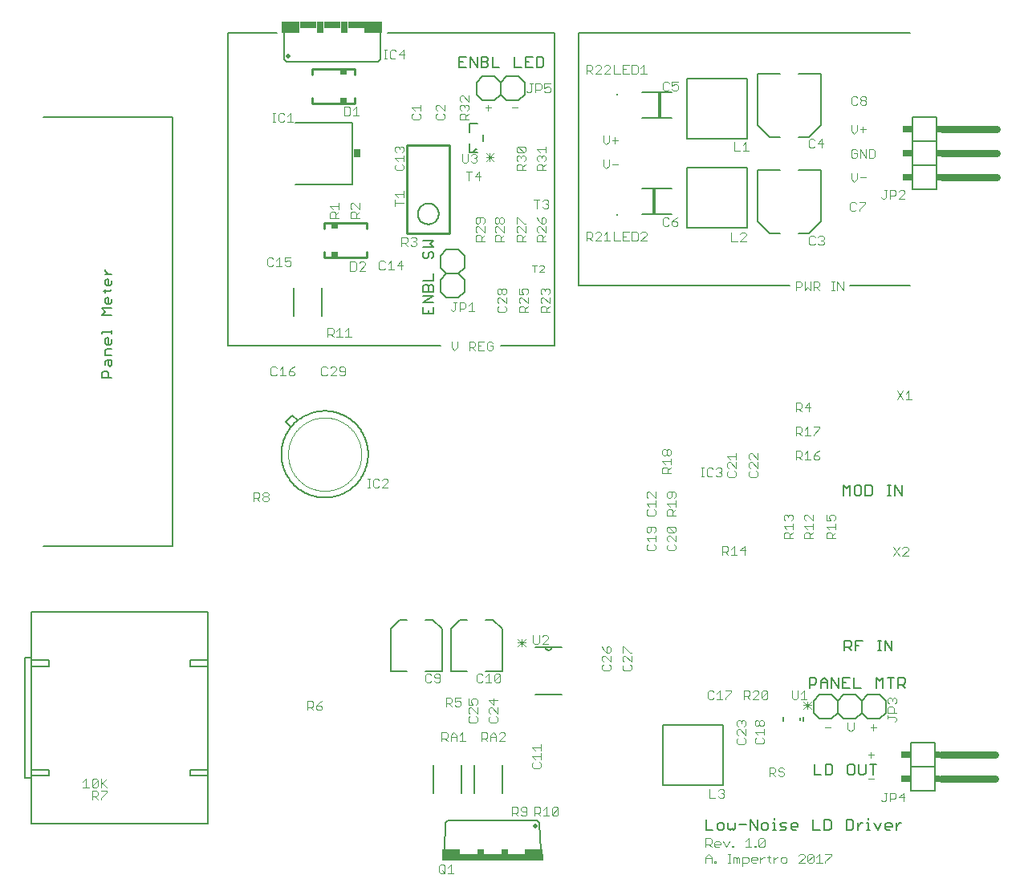
<source format=gto>
G75*
%MOIN*%
%OFA0B0*%
%FSLAX25Y25*%
%IPPOS*%
%LPD*%
%AMOC8*
5,1,8,0,0,1.08239X$1,22.5*
%
%ADD10C,0.00800*%
%ADD11C,0.00300*%
%ADD12R,0.03000X0.03400*%
%ADD13C,0.01000*%
%ADD14R,0.02953X0.01969*%
%ADD15R,0.01481X0.10236*%
%ADD16C,0.00600*%
%ADD17C,0.00200*%
%ADD18C,0.00400*%
%ADD19C,0.02000*%
%ADD20R,0.42000X0.03000*%
%ADD21R,0.07500X0.02000*%
%ADD22R,0.03000X0.02000*%
%ADD23C,0.03000*%
%ADD24R,0.02000X0.03000*%
%ADD25R,0.04000X0.03000*%
%ADD26R,0.00787X0.00787*%
%ADD27C,0.00500*%
%ADD28R,0.07500X0.05000*%
%ADD29R,0.07000X0.03000*%
%ADD30R,0.03000X0.05000*%
D10*
X0057481Y0190001D02*
X0111418Y0190001D01*
X0111418Y0368308D01*
X0057481Y0368308D01*
X0083216Y0305158D02*
X0083216Y0304457D01*
X0084617Y0303056D01*
X0086018Y0303056D02*
X0083216Y0303056D01*
X0083916Y0301254D02*
X0084617Y0301254D01*
X0084617Y0298452D01*
X0085318Y0298452D02*
X0083916Y0298452D01*
X0083216Y0299152D01*
X0083216Y0300554D01*
X0083916Y0301254D01*
X0086018Y0300554D02*
X0086018Y0299152D01*
X0085318Y0298452D01*
X0086018Y0296784D02*
X0085318Y0296083D01*
X0082515Y0296083D01*
X0083216Y0295383D02*
X0083216Y0296784D01*
X0083916Y0293581D02*
X0084617Y0293581D01*
X0084617Y0290779D01*
X0085318Y0290779D02*
X0083916Y0290779D01*
X0083216Y0291479D01*
X0083216Y0292880D01*
X0083916Y0293581D01*
X0086018Y0292880D02*
X0086018Y0291479D01*
X0085318Y0290779D01*
X0086018Y0288977D02*
X0081815Y0288977D01*
X0083216Y0287576D01*
X0081815Y0286175D01*
X0086018Y0286175D01*
X0086018Y0279903D02*
X0086018Y0278502D01*
X0086018Y0279202D02*
X0081815Y0279202D01*
X0081815Y0278502D01*
X0083916Y0276700D02*
X0084617Y0276700D01*
X0084617Y0273898D01*
X0085318Y0273898D02*
X0083916Y0273898D01*
X0083216Y0274598D01*
X0083216Y0275999D01*
X0083916Y0276700D01*
X0086018Y0275999D02*
X0086018Y0274598D01*
X0085318Y0273898D01*
X0086018Y0272096D02*
X0083916Y0272096D01*
X0083216Y0271395D01*
X0083216Y0269294D01*
X0086018Y0269294D01*
X0086018Y0267492D02*
X0086018Y0265390D01*
X0085318Y0264690D01*
X0084617Y0265390D01*
X0084617Y0267492D01*
X0083916Y0267492D02*
X0086018Y0267492D01*
X0083916Y0267492D02*
X0083216Y0266792D01*
X0083216Y0265390D01*
X0083916Y0262888D02*
X0084617Y0262188D01*
X0084617Y0260086D01*
X0086018Y0260086D02*
X0081815Y0260086D01*
X0081815Y0262188D01*
X0082515Y0262888D01*
X0083916Y0262888D01*
X0134292Y0273308D02*
X0222481Y0273308D01*
X0219581Y0286708D02*
X0215378Y0286708D01*
X0215378Y0289510D01*
X0215378Y0291312D02*
X0219581Y0294114D01*
X0215378Y0294114D01*
X0215378Y0295916D02*
X0215378Y0298018D01*
X0216078Y0298718D01*
X0216779Y0298718D01*
X0217479Y0298018D01*
X0217479Y0295916D01*
X0215378Y0295916D02*
X0219581Y0295916D01*
X0219581Y0298018D01*
X0218881Y0298718D01*
X0218180Y0298718D01*
X0217479Y0298018D01*
X0215378Y0300520D02*
X0219581Y0300520D01*
X0219581Y0303322D01*
X0218881Y0309727D02*
X0219581Y0310428D01*
X0219581Y0311829D01*
X0218881Y0312530D01*
X0218180Y0312530D01*
X0217479Y0311829D01*
X0217479Y0310428D01*
X0216779Y0309727D01*
X0216078Y0309727D01*
X0215378Y0310428D01*
X0215378Y0311829D01*
X0216078Y0312530D01*
X0215378Y0314331D02*
X0219581Y0314331D01*
X0218180Y0315733D01*
X0219581Y0317134D01*
X0215378Y0317134D01*
X0215378Y0291312D02*
X0219581Y0291312D01*
X0219581Y0289510D02*
X0219581Y0286708D01*
X0217479Y0286708D02*
X0217479Y0288109D01*
X0247481Y0273308D02*
X0269981Y0273308D01*
X0269981Y0403308D01*
X0200481Y0403308D01*
X0230381Y0393411D02*
X0230381Y0389208D01*
X0233183Y0389208D01*
X0234985Y0389208D02*
X0234985Y0393411D01*
X0237787Y0389208D01*
X0237787Y0393411D01*
X0239589Y0393411D02*
X0239589Y0389208D01*
X0241691Y0389208D01*
X0242391Y0389908D01*
X0242391Y0390609D01*
X0241691Y0391310D01*
X0239589Y0391310D01*
X0239589Y0393411D02*
X0241691Y0393411D01*
X0242391Y0392711D01*
X0242391Y0392010D01*
X0241691Y0391310D01*
X0244193Y0393411D02*
X0244193Y0389208D01*
X0246995Y0389208D01*
X0253401Y0389208D02*
X0256203Y0389208D01*
X0258005Y0389208D02*
X0258005Y0393411D01*
X0260807Y0393411D01*
X0262609Y0393411D02*
X0262609Y0389208D01*
X0264710Y0389208D01*
X0265411Y0389908D01*
X0265411Y0392711D01*
X0264710Y0393411D01*
X0262609Y0393411D01*
X0259406Y0391310D02*
X0258005Y0391310D01*
X0258005Y0389208D02*
X0260807Y0389208D01*
X0253401Y0389208D02*
X0253401Y0393411D01*
X0233183Y0393411D02*
X0230381Y0393411D01*
X0230381Y0391310D02*
X0231782Y0391310D01*
X0279981Y0403308D02*
X0279981Y0298308D01*
X0367481Y0298308D01*
X0363731Y0320183D02*
X0359356Y0320183D01*
X0354356Y0325183D01*
X0354356Y0346433D01*
X0363731Y0346433D01*
X0371231Y0346433D02*
X0380606Y0346433D01*
X0380606Y0325183D01*
X0375606Y0320183D01*
X0371231Y0320183D01*
X0349981Y0322308D02*
X0349981Y0347308D01*
X0324981Y0347308D01*
X0324981Y0322308D01*
X0349981Y0322308D01*
X0318731Y0327995D02*
X0306231Y0327995D01*
X0306231Y0338620D02*
X0318731Y0338620D01*
X0324981Y0359308D02*
X0324981Y0384308D01*
X0349981Y0384308D01*
X0349981Y0359308D01*
X0324981Y0359308D01*
X0318731Y0367995D02*
X0306231Y0367995D01*
X0306231Y0378620D02*
X0318731Y0378620D01*
X0354356Y0386433D02*
X0354356Y0365183D01*
X0359356Y0360183D01*
X0363731Y0360183D01*
X0371231Y0360183D02*
X0375606Y0360183D01*
X0380606Y0365183D01*
X0380606Y0386433D01*
X0371231Y0386433D01*
X0363731Y0386433D02*
X0354356Y0386433D01*
X0417481Y0403308D02*
X0279981Y0403308D01*
X0185981Y0366209D02*
X0185981Y0340406D01*
X0162381Y0340408D01*
X0162381Y0366208D02*
X0185981Y0366209D01*
X0154481Y0403308D02*
X0134292Y0403308D01*
X0134292Y0273308D01*
X0205606Y0159433D02*
X0208731Y0159433D01*
X0205606Y0159433D02*
X0201856Y0155683D01*
X0201856Y0138183D01*
X0208731Y0138183D01*
X0216231Y0138183D02*
X0223106Y0138183D01*
X0223106Y0155683D01*
X0219356Y0159433D01*
X0216231Y0159433D01*
X0226856Y0155683D02*
X0230606Y0159433D01*
X0233731Y0159433D01*
X0241231Y0159433D02*
X0244356Y0159433D01*
X0248106Y0155683D01*
X0248106Y0138183D01*
X0241231Y0138183D01*
X0233731Y0138183D02*
X0226856Y0138183D01*
X0226856Y0155683D01*
X0314981Y0115808D02*
X0314981Y0090808D01*
X0339981Y0090808D01*
X0339981Y0115808D01*
X0314981Y0115808D01*
X0332881Y0076411D02*
X0332881Y0072208D01*
X0335683Y0072208D01*
X0337485Y0072908D02*
X0338186Y0072208D01*
X0339587Y0072208D01*
X0340287Y0072908D01*
X0340287Y0074310D01*
X0339587Y0075010D01*
X0338186Y0075010D01*
X0337485Y0074310D01*
X0337485Y0072908D01*
X0342089Y0072908D02*
X0342790Y0072208D01*
X0343490Y0072908D01*
X0344191Y0072208D01*
X0344891Y0072908D01*
X0344891Y0075010D01*
X0346693Y0074310D02*
X0349495Y0074310D01*
X0351297Y0076411D02*
X0354099Y0072208D01*
X0354099Y0076411D01*
X0355901Y0074310D02*
X0355901Y0072908D01*
X0356601Y0072208D01*
X0358003Y0072208D01*
X0358703Y0072908D01*
X0358703Y0074310D01*
X0358003Y0075010D01*
X0356601Y0075010D01*
X0355901Y0074310D01*
X0360505Y0075010D02*
X0361205Y0075010D01*
X0361205Y0072208D01*
X0360505Y0072208D02*
X0361906Y0072208D01*
X0363574Y0072208D02*
X0365676Y0072208D01*
X0366376Y0072908D01*
X0365676Y0073609D01*
X0364275Y0073609D01*
X0363574Y0074310D01*
X0364275Y0075010D01*
X0366376Y0075010D01*
X0368178Y0074310D02*
X0368878Y0075010D01*
X0370280Y0075010D01*
X0370980Y0074310D01*
X0370980Y0073609D01*
X0368178Y0073609D01*
X0368178Y0072908D02*
X0368178Y0074310D01*
X0368178Y0072908D02*
X0368878Y0072208D01*
X0370280Y0072208D01*
X0377386Y0072208D02*
X0377386Y0076411D01*
X0377386Y0072208D02*
X0380188Y0072208D01*
X0381990Y0072208D02*
X0384091Y0072208D01*
X0384792Y0072908D01*
X0384792Y0075711D01*
X0384091Y0076411D01*
X0381990Y0076411D01*
X0381990Y0072208D01*
X0391197Y0072208D02*
X0393299Y0072208D01*
X0394000Y0072908D01*
X0394000Y0075711D01*
X0393299Y0076411D01*
X0391197Y0076411D01*
X0391197Y0072208D01*
X0395801Y0072208D02*
X0395801Y0075010D01*
X0395801Y0073609D02*
X0397203Y0075010D01*
X0397903Y0075010D01*
X0399638Y0075010D02*
X0400339Y0075010D01*
X0400339Y0072208D01*
X0401039Y0072208D02*
X0399638Y0072208D01*
X0402707Y0075010D02*
X0404108Y0072208D01*
X0405510Y0075010D01*
X0407311Y0074310D02*
X0408012Y0075010D01*
X0409413Y0075010D01*
X0410114Y0074310D01*
X0410114Y0073609D01*
X0407311Y0073609D01*
X0407311Y0072908D02*
X0407311Y0074310D01*
X0407311Y0072908D02*
X0408012Y0072208D01*
X0409413Y0072208D01*
X0411915Y0072208D02*
X0411915Y0075010D01*
X0411915Y0073609D02*
X0413316Y0075010D01*
X0414017Y0075010D01*
X0400339Y0076411D02*
X0400339Y0077112D01*
X0398399Y0095208D02*
X0396997Y0095208D01*
X0396297Y0095908D01*
X0396297Y0099411D01*
X0394495Y0098711D02*
X0393795Y0099411D01*
X0392393Y0099411D01*
X0391693Y0098711D01*
X0391693Y0095908D01*
X0392393Y0095208D01*
X0393795Y0095208D01*
X0394495Y0095908D01*
X0394495Y0098711D01*
X0399099Y0099411D02*
X0399099Y0095908D01*
X0398399Y0095208D01*
X0402302Y0095208D02*
X0402302Y0099411D01*
X0400901Y0099411D02*
X0403703Y0099411D01*
X0385287Y0098711D02*
X0384587Y0099411D01*
X0382485Y0099411D01*
X0382485Y0095208D01*
X0384587Y0095208D01*
X0385287Y0095908D01*
X0385287Y0098711D01*
X0380683Y0095208D02*
X0377881Y0095208D01*
X0377881Y0099411D01*
X0361205Y0077112D02*
X0361205Y0076411D01*
X0351297Y0076411D02*
X0351297Y0072208D01*
X0342089Y0072908D02*
X0342089Y0075010D01*
X0375881Y0131208D02*
X0375881Y0135411D01*
X0377983Y0135411D01*
X0378683Y0134711D01*
X0378683Y0133310D01*
X0377983Y0132609D01*
X0375881Y0132609D01*
X0380485Y0133310D02*
X0383287Y0133310D01*
X0383287Y0134010D02*
X0383287Y0131208D01*
X0385089Y0131208D02*
X0385089Y0135411D01*
X0387891Y0131208D01*
X0387891Y0135411D01*
X0389693Y0135411D02*
X0389693Y0131208D01*
X0392495Y0131208D01*
X0394297Y0131208D02*
X0397099Y0131208D01*
X0394297Y0131208D02*
X0394297Y0135411D01*
X0392495Y0135411D02*
X0389693Y0135411D01*
X0389693Y0133310D02*
X0391094Y0133310D01*
X0383287Y0134010D02*
X0381886Y0135411D01*
X0380485Y0134010D01*
X0380485Y0131208D01*
X0390381Y0146708D02*
X0390381Y0150911D01*
X0392483Y0150911D01*
X0393183Y0150211D01*
X0393183Y0148810D01*
X0392483Y0148109D01*
X0390381Y0148109D01*
X0391782Y0148109D02*
X0393183Y0146708D01*
X0394985Y0146708D02*
X0394985Y0150911D01*
X0397787Y0150911D01*
X0396386Y0148810D02*
X0394985Y0148810D01*
X0404193Y0150911D02*
X0405594Y0150911D01*
X0404893Y0150911D02*
X0404893Y0146708D01*
X0404193Y0146708D02*
X0405594Y0146708D01*
X0407262Y0146708D02*
X0407262Y0150911D01*
X0410065Y0146708D01*
X0410065Y0150911D01*
X0409510Y0135411D02*
X0409510Y0131208D01*
X0412712Y0131208D02*
X0412712Y0135411D01*
X0414814Y0135411D01*
X0415515Y0134711D01*
X0415515Y0133310D01*
X0414814Y0132609D01*
X0412712Y0132609D01*
X0414114Y0132609D02*
X0415515Y0131208D01*
X0410911Y0135411D02*
X0408109Y0135411D01*
X0406307Y0135411D02*
X0406307Y0131208D01*
X0403505Y0131208D02*
X0403505Y0135411D01*
X0404906Y0134010D01*
X0406307Y0135411D01*
X0408297Y0211208D02*
X0409698Y0211208D01*
X0408997Y0211208D02*
X0408997Y0215411D01*
X0408297Y0215411D02*
X0409698Y0215411D01*
X0411366Y0215411D02*
X0414168Y0211208D01*
X0414168Y0215411D01*
X0411366Y0215411D02*
X0411366Y0211208D01*
X0401891Y0211908D02*
X0401891Y0214711D01*
X0401191Y0215411D01*
X0399089Y0215411D01*
X0399089Y0211208D01*
X0401191Y0211208D01*
X0401891Y0211908D01*
X0397287Y0211908D02*
X0397287Y0214711D01*
X0396587Y0215411D01*
X0395186Y0215411D01*
X0394485Y0214711D01*
X0394485Y0211908D01*
X0395186Y0211208D01*
X0396587Y0211208D01*
X0397287Y0211908D01*
X0392683Y0211208D02*
X0392683Y0215411D01*
X0391282Y0214010D01*
X0389881Y0215411D01*
X0389881Y0211208D01*
X0392481Y0298308D02*
X0417481Y0298308D01*
D11*
X0389788Y0296458D02*
X0389788Y0300161D01*
X0387319Y0300161D02*
X0387319Y0296458D01*
X0386098Y0296458D02*
X0384864Y0296458D01*
X0385481Y0296458D02*
X0385481Y0300161D01*
X0384864Y0300161D02*
X0386098Y0300161D01*
X0387319Y0300161D02*
X0389788Y0296458D01*
X0379966Y0296458D02*
X0378732Y0297692D01*
X0379349Y0297692D02*
X0377497Y0297692D01*
X0377497Y0296458D02*
X0377497Y0300161D01*
X0379349Y0300161D01*
X0379966Y0299544D01*
X0379966Y0298309D01*
X0379349Y0297692D01*
X0376283Y0296458D02*
X0376283Y0300161D01*
X0373814Y0300161D02*
X0373814Y0296458D01*
X0375049Y0297692D01*
X0376283Y0296458D01*
X0372600Y0298309D02*
X0371983Y0297692D01*
X0370131Y0297692D01*
X0370131Y0296458D02*
X0370131Y0300161D01*
X0371983Y0300161D01*
X0372600Y0299544D01*
X0372600Y0298309D01*
X0376307Y0315306D02*
X0377542Y0315306D01*
X0378159Y0315923D01*
X0379373Y0315923D02*
X0379990Y0315306D01*
X0381225Y0315306D01*
X0381842Y0315923D01*
X0381842Y0316541D01*
X0381225Y0317158D01*
X0380608Y0317158D01*
X0381225Y0317158D02*
X0381842Y0317775D01*
X0381842Y0318392D01*
X0381225Y0319009D01*
X0379990Y0319009D01*
X0379373Y0318392D01*
X0378159Y0318392D02*
X0377542Y0319009D01*
X0376307Y0319009D01*
X0375690Y0318392D01*
X0375690Y0315923D01*
X0376307Y0315306D01*
X0392757Y0330075D02*
X0393374Y0329458D01*
X0394609Y0329458D01*
X0395226Y0330075D01*
X0396440Y0330075D02*
X0396440Y0329458D01*
X0396440Y0330075D02*
X0398909Y0332544D01*
X0398909Y0333161D01*
X0396440Y0333161D01*
X0395226Y0332544D02*
X0394609Y0333161D01*
X0393374Y0333161D01*
X0392757Y0332544D01*
X0392757Y0330075D01*
X0394365Y0341458D02*
X0395600Y0342692D01*
X0395600Y0345161D01*
X0396814Y0343309D02*
X0399283Y0343309D01*
X0394365Y0341458D02*
X0393131Y0342692D01*
X0393131Y0345161D01*
X0393748Y0351458D02*
X0394983Y0351458D01*
X0395600Y0352075D01*
X0395600Y0353309D01*
X0394365Y0353309D01*
X0393131Y0354544D02*
X0393131Y0352075D01*
X0393748Y0351458D01*
X0396814Y0351458D02*
X0396814Y0355161D01*
X0399283Y0351458D01*
X0399283Y0355161D01*
X0400497Y0355161D02*
X0402349Y0355161D01*
X0402966Y0354544D01*
X0402966Y0352075D01*
X0402349Y0351458D01*
X0400497Y0351458D01*
X0400497Y0355161D01*
X0395600Y0354544D02*
X0394983Y0355161D01*
X0393748Y0355161D01*
X0393131Y0354544D01*
X0394365Y0361458D02*
X0395600Y0362692D01*
X0395600Y0365161D01*
X0396814Y0363309D02*
X0399283Y0363309D01*
X0398049Y0364544D02*
X0398049Y0362075D01*
X0394365Y0361458D02*
X0393131Y0362692D01*
X0393131Y0365161D01*
X0393874Y0373458D02*
X0395109Y0373458D01*
X0395726Y0374075D01*
X0396940Y0374075D02*
X0396940Y0374692D01*
X0397557Y0375309D01*
X0398792Y0375309D01*
X0399409Y0374692D01*
X0399409Y0374075D01*
X0398792Y0373458D01*
X0397557Y0373458D01*
X0396940Y0374075D01*
X0397557Y0375309D02*
X0396940Y0375927D01*
X0396940Y0376544D01*
X0397557Y0377161D01*
X0398792Y0377161D01*
X0399409Y0376544D01*
X0399409Y0375927D01*
X0398792Y0375309D01*
X0395726Y0376544D02*
X0395109Y0377161D01*
X0393874Y0377161D01*
X0393257Y0376544D01*
X0393257Y0374075D01*
X0393874Y0373458D01*
X0381044Y0359328D02*
X0379192Y0357477D01*
X0381661Y0357477D01*
X0381044Y0359328D02*
X0381044Y0355625D01*
X0377978Y0356242D02*
X0377360Y0355625D01*
X0376126Y0355625D01*
X0375509Y0356242D01*
X0375509Y0358711D01*
X0376126Y0359328D01*
X0377360Y0359328D01*
X0377978Y0358711D01*
X0350621Y0354446D02*
X0348153Y0354446D01*
X0346938Y0354446D02*
X0344470Y0354446D01*
X0344470Y0358149D01*
X0348153Y0356915D02*
X0349387Y0358149D01*
X0349387Y0354446D01*
X0321228Y0380109D02*
X0321228Y0381343D01*
X0320611Y0381960D01*
X0319993Y0381960D01*
X0318759Y0381343D01*
X0318759Y0383195D01*
X0321228Y0383195D01*
X0321228Y0380109D02*
X0320611Y0379491D01*
X0319376Y0379491D01*
X0318759Y0380109D01*
X0317545Y0380109D02*
X0316927Y0379491D01*
X0315693Y0379491D01*
X0315076Y0380109D01*
X0315076Y0382577D01*
X0315693Y0383195D01*
X0316927Y0383195D01*
X0317545Y0382577D01*
X0308149Y0386458D02*
X0305681Y0386458D01*
X0306915Y0386458D02*
X0306915Y0390161D01*
X0305681Y0388927D01*
X0304466Y0389544D02*
X0303849Y0390161D01*
X0301997Y0390161D01*
X0301997Y0386458D01*
X0303849Y0386458D01*
X0304466Y0387075D01*
X0304466Y0389544D01*
X0300783Y0390161D02*
X0298314Y0390161D01*
X0298314Y0386458D01*
X0300783Y0386458D01*
X0299549Y0388309D02*
X0298314Y0388309D01*
X0297100Y0386458D02*
X0294631Y0386458D01*
X0294631Y0390161D01*
X0292966Y0389544D02*
X0292349Y0390161D01*
X0291115Y0390161D01*
X0290497Y0389544D01*
X0289283Y0389544D02*
X0288666Y0390161D01*
X0287431Y0390161D01*
X0286814Y0389544D01*
X0285600Y0389544D02*
X0285600Y0388309D01*
X0284983Y0387692D01*
X0283131Y0387692D01*
X0283131Y0386458D02*
X0283131Y0390161D01*
X0284983Y0390161D01*
X0285600Y0389544D01*
X0284365Y0387692D02*
X0285600Y0386458D01*
X0286814Y0386458D02*
X0289283Y0388927D01*
X0289283Y0389544D01*
X0289283Y0386458D02*
X0286814Y0386458D01*
X0290497Y0386458D02*
X0292966Y0388927D01*
X0292966Y0389544D01*
X0292966Y0386458D02*
X0290497Y0386458D01*
X0268166Y0382361D02*
X0265697Y0382361D01*
X0265697Y0380509D01*
X0266932Y0381127D01*
X0267549Y0381127D01*
X0268166Y0380509D01*
X0268166Y0379275D01*
X0267549Y0378658D01*
X0266315Y0378658D01*
X0265697Y0379275D01*
X0264483Y0380509D02*
X0263866Y0379892D01*
X0262014Y0379892D01*
X0262014Y0378658D02*
X0262014Y0382361D01*
X0263866Y0382361D01*
X0264483Y0381744D01*
X0264483Y0380509D01*
X0260800Y0382361D02*
X0259565Y0382361D01*
X0260183Y0382361D02*
X0260183Y0379275D01*
X0259565Y0378658D01*
X0258948Y0378658D01*
X0258331Y0379275D01*
X0254600Y0372309D02*
X0252131Y0372309D01*
X0243600Y0372309D02*
X0241131Y0372309D01*
X0242365Y0373544D02*
X0242365Y0371075D01*
X0234331Y0371758D02*
X0233714Y0371141D01*
X0234331Y0371758D02*
X0234331Y0372993D01*
X0233714Y0373610D01*
X0233097Y0373610D01*
X0232480Y0372993D01*
X0232480Y0372375D01*
X0232480Y0372993D02*
X0231862Y0373610D01*
X0231245Y0373610D01*
X0230628Y0372993D01*
X0230628Y0371758D01*
X0231245Y0371141D01*
X0231245Y0369927D02*
X0232480Y0369927D01*
X0233097Y0369309D01*
X0233097Y0367458D01*
X0234331Y0367458D02*
X0230628Y0367458D01*
X0230628Y0369309D01*
X0231245Y0369927D01*
X0233097Y0368692D02*
X0234331Y0369927D01*
X0234331Y0374824D02*
X0231862Y0377293D01*
X0231245Y0377293D01*
X0230628Y0376676D01*
X0230628Y0375441D01*
X0231245Y0374824D01*
X0234331Y0374824D02*
X0234331Y0377293D01*
X0224331Y0373610D02*
X0224331Y0371141D01*
X0221862Y0373610D01*
X0221245Y0373610D01*
X0220628Y0372993D01*
X0220628Y0371758D01*
X0221245Y0371141D01*
X0221245Y0369927D02*
X0220628Y0369309D01*
X0220628Y0368075D01*
X0221245Y0367458D01*
X0223714Y0367458D01*
X0224331Y0368075D01*
X0224331Y0369309D01*
X0223714Y0369927D01*
X0214331Y0369309D02*
X0213714Y0369927D01*
X0214331Y0369309D02*
X0214331Y0368075D01*
X0213714Y0367458D01*
X0211245Y0367458D01*
X0210628Y0368075D01*
X0210628Y0369309D01*
X0211245Y0369927D01*
X0211862Y0371141D02*
X0210628Y0372375D01*
X0214331Y0372375D01*
X0214331Y0371141D02*
X0214331Y0373610D01*
X0206714Y0356244D02*
X0207331Y0355626D01*
X0207331Y0354392D01*
X0206714Y0353775D01*
X0207331Y0352560D02*
X0207331Y0350092D01*
X0207331Y0351326D02*
X0203628Y0351326D01*
X0204862Y0350092D01*
X0204245Y0348877D02*
X0203628Y0348260D01*
X0203628Y0347026D01*
X0204245Y0346408D01*
X0206714Y0346408D01*
X0207331Y0347026D01*
X0207331Y0348260D01*
X0206714Y0348877D01*
X0204245Y0353775D02*
X0203628Y0354392D01*
X0203628Y0355626D01*
X0204245Y0356244D01*
X0204862Y0356244D01*
X0205480Y0355626D01*
X0206097Y0356244D01*
X0206714Y0356244D01*
X0205480Y0355626D02*
X0205480Y0355009D01*
X0188744Y0369084D02*
X0186275Y0369084D01*
X0187509Y0369084D02*
X0187509Y0372787D01*
X0186275Y0371553D01*
X0185060Y0372170D02*
X0184443Y0372787D01*
X0182592Y0372787D01*
X0182592Y0369084D01*
X0184443Y0369084D01*
X0185060Y0369701D01*
X0185060Y0372170D01*
X0199131Y0392658D02*
X0200365Y0392658D01*
X0199748Y0392658D02*
X0199748Y0396361D01*
X0199131Y0396361D02*
X0200365Y0396361D01*
X0201587Y0395744D02*
X0201587Y0393275D01*
X0202204Y0392658D01*
X0203438Y0392658D01*
X0204055Y0393275D01*
X0205270Y0394509D02*
X0207738Y0394509D01*
X0207121Y0392658D02*
X0207121Y0396361D01*
X0205270Y0394509D01*
X0204055Y0395744D02*
X0203438Y0396361D01*
X0202204Y0396361D01*
X0201587Y0395744D01*
X0160182Y0370161D02*
X0160182Y0366458D01*
X0158948Y0366458D02*
X0161417Y0366458D01*
X0158948Y0368927D02*
X0160182Y0370161D01*
X0157734Y0369544D02*
X0157116Y0370161D01*
X0155882Y0370161D01*
X0155265Y0369544D01*
X0155265Y0367075D01*
X0155882Y0366458D01*
X0157116Y0366458D01*
X0157734Y0367075D01*
X0154044Y0366458D02*
X0152809Y0366458D01*
X0153427Y0366458D02*
X0153427Y0370161D01*
X0154044Y0370161D02*
X0152809Y0370161D01*
X0176628Y0331509D02*
X0180331Y0331509D01*
X0180331Y0330275D02*
X0180331Y0332744D01*
X0177862Y0330275D02*
X0176628Y0331509D01*
X0177245Y0329060D02*
X0178480Y0329060D01*
X0179097Y0328443D01*
X0179097Y0326592D01*
X0179097Y0327826D02*
X0180331Y0329060D01*
X0180331Y0326592D02*
X0176628Y0326592D01*
X0176628Y0328443D01*
X0177245Y0329060D01*
X0185128Y0328443D02*
X0185745Y0329060D01*
X0186980Y0329060D01*
X0187597Y0328443D01*
X0187597Y0326592D01*
X0187597Y0327826D02*
X0188831Y0329060D01*
X0188831Y0330275D02*
X0186362Y0332744D01*
X0185745Y0332744D01*
X0185128Y0332126D01*
X0185128Y0330892D01*
X0185745Y0330275D01*
X0185128Y0328443D02*
X0185128Y0326592D01*
X0188831Y0326592D01*
X0188831Y0330275D02*
X0188831Y0332744D01*
X0203628Y0332826D02*
X0207331Y0332826D01*
X0207331Y0335275D02*
X0207331Y0337744D01*
X0207331Y0336509D02*
X0203628Y0336509D01*
X0204862Y0335275D01*
X0203628Y0334060D02*
X0203628Y0331592D01*
X0206415Y0318594D02*
X0208266Y0318594D01*
X0208883Y0317977D01*
X0208883Y0316743D01*
X0208266Y0316125D01*
X0206415Y0316125D01*
X0207649Y0316125D02*
X0208883Y0314891D01*
X0210098Y0315508D02*
X0210715Y0314891D01*
X0211949Y0314891D01*
X0212566Y0315508D01*
X0212566Y0316125D01*
X0211949Y0316743D01*
X0211332Y0316743D01*
X0211949Y0316743D02*
X0212566Y0317360D01*
X0212566Y0317977D01*
X0211949Y0318594D01*
X0210715Y0318594D01*
X0210098Y0317977D01*
X0206415Y0318594D02*
X0206415Y0314891D01*
X0206300Y0308661D02*
X0204448Y0306809D01*
X0206917Y0306809D01*
X0206300Y0304958D02*
X0206300Y0308661D01*
X0201999Y0308661D02*
X0201999Y0304958D01*
X0200765Y0304958D02*
X0203234Y0304958D01*
X0200765Y0307427D02*
X0201999Y0308661D01*
X0199550Y0308044D02*
X0198933Y0308661D01*
X0197699Y0308661D01*
X0197082Y0308044D01*
X0197082Y0305575D01*
X0197699Y0304958D01*
X0198933Y0304958D01*
X0199550Y0305575D01*
X0191244Y0304584D02*
X0188775Y0304584D01*
X0191244Y0307053D01*
X0191244Y0307670D01*
X0190626Y0308287D01*
X0189392Y0308287D01*
X0188775Y0307670D01*
X0187560Y0307670D02*
X0186943Y0308287D01*
X0185092Y0308287D01*
X0185092Y0304584D01*
X0186943Y0304584D01*
X0187560Y0305201D01*
X0187560Y0307670D01*
X0160417Y0307075D02*
X0159800Y0306458D01*
X0158565Y0306458D01*
X0157948Y0307075D01*
X0157948Y0308309D02*
X0159182Y0308927D01*
X0159800Y0308927D01*
X0160417Y0308309D01*
X0160417Y0307075D01*
X0157948Y0308309D02*
X0157948Y0310161D01*
X0160417Y0310161D01*
X0155499Y0310161D02*
X0155499Y0306458D01*
X0154265Y0306458D02*
X0156734Y0306458D01*
X0154265Y0308927D02*
X0155499Y0310161D01*
X0153050Y0309544D02*
X0152433Y0310161D01*
X0151199Y0310161D01*
X0150582Y0309544D01*
X0150582Y0307075D01*
X0151199Y0306458D01*
X0152433Y0306458D01*
X0153050Y0307075D01*
X0175631Y0280661D02*
X0177483Y0280661D01*
X0178100Y0280044D01*
X0178100Y0278809D01*
X0177483Y0278192D01*
X0175631Y0278192D01*
X0175631Y0276958D02*
X0175631Y0280661D01*
X0176865Y0278192D02*
X0178100Y0276958D01*
X0179314Y0276958D02*
X0181783Y0276958D01*
X0182997Y0276958D02*
X0185466Y0276958D01*
X0184232Y0276958D02*
X0184232Y0280661D01*
X0182997Y0279427D01*
X0180549Y0280661D02*
X0180549Y0276958D01*
X0179314Y0279427D02*
X0180549Y0280661D01*
X0181065Y0264661D02*
X0180448Y0264044D01*
X0180448Y0263427D01*
X0181065Y0262809D01*
X0182917Y0262809D01*
X0182917Y0261575D02*
X0182917Y0264044D01*
X0182300Y0264661D01*
X0181065Y0264661D01*
X0179234Y0264044D02*
X0178616Y0264661D01*
X0177382Y0264661D01*
X0176765Y0264044D01*
X0175550Y0264044D02*
X0174933Y0264661D01*
X0173699Y0264661D01*
X0173082Y0264044D01*
X0173082Y0261575D01*
X0173699Y0260958D01*
X0174933Y0260958D01*
X0175550Y0261575D01*
X0176765Y0260958D02*
X0179234Y0263427D01*
X0179234Y0264044D01*
X0180448Y0261575D02*
X0181065Y0260958D01*
X0182300Y0260958D01*
X0182917Y0261575D01*
X0179234Y0260958D02*
X0176765Y0260958D01*
X0161917Y0261575D02*
X0161917Y0262192D01*
X0161300Y0262809D01*
X0159448Y0262809D01*
X0159448Y0261575D01*
X0160065Y0260958D01*
X0161300Y0260958D01*
X0161917Y0261575D01*
X0160682Y0264044D02*
X0159448Y0262809D01*
X0160682Y0264044D02*
X0161917Y0264661D01*
X0156999Y0264661D02*
X0156999Y0260958D01*
X0155765Y0260958D02*
X0158234Y0260958D01*
X0155765Y0263427D02*
X0156999Y0264661D01*
X0154550Y0264044D02*
X0153933Y0264661D01*
X0152699Y0264661D01*
X0152082Y0264044D01*
X0152082Y0261575D01*
X0152699Y0260958D01*
X0153933Y0260958D01*
X0154550Y0261575D01*
X0150492Y0212527D02*
X0149258Y0212527D01*
X0148641Y0211910D01*
X0148641Y0211293D01*
X0149258Y0210676D01*
X0150492Y0210676D01*
X0151110Y0210058D01*
X0151110Y0209441D01*
X0150492Y0208824D01*
X0149258Y0208824D01*
X0148641Y0209441D01*
X0148641Y0210058D01*
X0149258Y0210676D01*
X0150492Y0210676D02*
X0151110Y0211293D01*
X0151110Y0211910D01*
X0150492Y0212527D01*
X0147427Y0211910D02*
X0147427Y0210676D01*
X0146809Y0210058D01*
X0144958Y0210058D01*
X0144958Y0208824D02*
X0144958Y0212527D01*
X0146809Y0212527D01*
X0147427Y0211910D01*
X0146192Y0210058D02*
X0147427Y0208824D01*
X0216882Y0137161D02*
X0216265Y0136544D01*
X0216265Y0134075D01*
X0216882Y0133458D01*
X0218116Y0133458D01*
X0218734Y0134075D01*
X0219948Y0134075D02*
X0220565Y0133458D01*
X0221800Y0133458D01*
X0222417Y0134075D01*
X0222417Y0136544D01*
X0221800Y0137161D01*
X0220565Y0137161D01*
X0219948Y0136544D01*
X0219948Y0135927D01*
X0220565Y0135309D01*
X0222417Y0135309D01*
X0218734Y0136544D02*
X0218116Y0137161D01*
X0216882Y0137161D01*
X0224765Y0127161D02*
X0226616Y0127161D01*
X0227234Y0126544D01*
X0227234Y0125309D01*
X0226616Y0124692D01*
X0224765Y0124692D01*
X0224765Y0123458D02*
X0224765Y0127161D01*
X0225999Y0124692D02*
X0227234Y0123458D01*
X0228448Y0124075D02*
X0229065Y0123458D01*
X0230300Y0123458D01*
X0230917Y0124075D01*
X0230917Y0125309D01*
X0230300Y0125927D01*
X0229682Y0125927D01*
X0228448Y0125309D01*
X0228448Y0127161D01*
X0230917Y0127161D01*
X0234128Y0126744D02*
X0234128Y0124275D01*
X0235980Y0124275D01*
X0235362Y0125509D01*
X0235362Y0126126D01*
X0235980Y0126744D01*
X0237214Y0126744D01*
X0237831Y0126126D01*
X0237831Y0124892D01*
X0237214Y0124275D01*
X0237831Y0123060D02*
X0237831Y0120592D01*
X0235362Y0123060D01*
X0234745Y0123060D01*
X0234128Y0122443D01*
X0234128Y0121209D01*
X0234745Y0120592D01*
X0234745Y0119377D02*
X0234128Y0118760D01*
X0234128Y0117526D01*
X0234745Y0116908D01*
X0237214Y0116908D01*
X0237831Y0117526D01*
X0237831Y0118760D01*
X0237214Y0119377D01*
X0242628Y0118760D02*
X0242628Y0117526D01*
X0243245Y0116908D01*
X0245714Y0116908D01*
X0246331Y0117526D01*
X0246331Y0118760D01*
X0245714Y0119377D01*
X0246331Y0120592D02*
X0243862Y0123060D01*
X0243245Y0123060D01*
X0242628Y0122443D01*
X0242628Y0121209D01*
X0243245Y0120592D01*
X0243245Y0119377D02*
X0242628Y0118760D01*
X0246331Y0120592D02*
X0246331Y0123060D01*
X0244480Y0124275D02*
X0242628Y0126126D01*
X0246331Y0126126D01*
X0244480Y0126744D02*
X0244480Y0124275D01*
X0243734Y0133458D02*
X0241265Y0133458D01*
X0242499Y0133458D02*
X0242499Y0137161D01*
X0241265Y0135927D01*
X0240050Y0136544D02*
X0239433Y0137161D01*
X0238199Y0137161D01*
X0237582Y0136544D01*
X0237582Y0134075D01*
X0238199Y0133458D01*
X0239433Y0133458D01*
X0240050Y0134075D01*
X0244948Y0134075D02*
X0247417Y0136544D01*
X0247417Y0134075D01*
X0246800Y0133458D01*
X0245565Y0133458D01*
X0244948Y0134075D01*
X0244948Y0136544D01*
X0245565Y0137161D01*
X0246800Y0137161D01*
X0247417Y0136544D01*
X0254631Y0148442D02*
X0257767Y0151578D01*
X0256199Y0151578D02*
X0256199Y0148442D01*
X0257767Y0148442D02*
X0254631Y0151578D01*
X0254631Y0150010D02*
X0257767Y0150010D01*
X0289628Y0148293D02*
X0290245Y0147059D01*
X0291480Y0145824D01*
X0291480Y0147676D01*
X0292097Y0148293D01*
X0292714Y0148293D01*
X0293331Y0147676D01*
X0293331Y0146441D01*
X0292714Y0145824D01*
X0291480Y0145824D01*
X0290862Y0144610D02*
X0290245Y0144610D01*
X0289628Y0143993D01*
X0289628Y0142758D01*
X0290245Y0142141D01*
X0290245Y0140927D02*
X0289628Y0140309D01*
X0289628Y0139075D01*
X0290245Y0138458D01*
X0292714Y0138458D01*
X0293331Y0139075D01*
X0293331Y0140309D01*
X0292714Y0140927D01*
X0293331Y0142141D02*
X0290862Y0144610D01*
X0293331Y0144610D02*
X0293331Y0142141D01*
X0298128Y0142758D02*
X0298128Y0143993D01*
X0298745Y0144610D01*
X0299362Y0144610D01*
X0301831Y0142141D01*
X0301831Y0144610D01*
X0301831Y0145824D02*
X0301214Y0145824D01*
X0298745Y0148293D01*
X0298128Y0148293D01*
X0298128Y0145824D01*
X0298128Y0142758D02*
X0298745Y0142141D01*
X0298745Y0140927D02*
X0298128Y0140309D01*
X0298128Y0139075D01*
X0298745Y0138458D01*
X0301214Y0138458D01*
X0301831Y0139075D01*
X0301831Y0140309D01*
X0301214Y0140927D01*
X0333582Y0129544D02*
X0333582Y0127075D01*
X0334199Y0126458D01*
X0335433Y0126458D01*
X0336050Y0127075D01*
X0337265Y0126458D02*
X0339734Y0126458D01*
X0340948Y0126458D02*
X0340948Y0127075D01*
X0343417Y0129544D01*
X0343417Y0130161D01*
X0340948Y0130161D01*
X0338499Y0130161D02*
X0338499Y0126458D01*
X0337265Y0128927D02*
X0338499Y0130161D01*
X0336050Y0129544D02*
X0335433Y0130161D01*
X0334199Y0130161D01*
X0333582Y0129544D01*
X0348582Y0130161D02*
X0348582Y0126458D01*
X0348582Y0127692D02*
X0350433Y0127692D01*
X0351050Y0128309D01*
X0351050Y0129544D01*
X0350433Y0130161D01*
X0348582Y0130161D01*
X0349816Y0127692D02*
X0351050Y0126458D01*
X0352265Y0126458D02*
X0354734Y0128927D01*
X0354734Y0129544D01*
X0354116Y0130161D01*
X0352882Y0130161D01*
X0352265Y0129544D01*
X0352265Y0126458D02*
X0354734Y0126458D01*
X0355948Y0127075D02*
X0358417Y0129544D01*
X0358417Y0127075D01*
X0357800Y0126458D01*
X0356565Y0126458D01*
X0355948Y0127075D01*
X0355948Y0129544D01*
X0356565Y0130161D01*
X0357800Y0130161D01*
X0358417Y0129544D01*
X0356214Y0117793D02*
X0356831Y0117176D01*
X0356831Y0115941D01*
X0356214Y0115324D01*
X0355597Y0115324D01*
X0354980Y0115941D01*
X0354980Y0117176D01*
X0355597Y0117793D01*
X0356214Y0117793D01*
X0354980Y0117176D02*
X0354362Y0117793D01*
X0353745Y0117793D01*
X0353128Y0117176D01*
X0353128Y0115941D01*
X0353745Y0115324D01*
X0354362Y0115324D01*
X0354980Y0115941D01*
X0356831Y0114110D02*
X0356831Y0111641D01*
X0356831Y0112875D02*
X0353128Y0112875D01*
X0354362Y0111641D01*
X0353745Y0110427D02*
X0353128Y0109809D01*
X0353128Y0108575D01*
X0353745Y0107958D01*
X0356214Y0107958D01*
X0356831Y0108575D01*
X0356831Y0109809D01*
X0356214Y0110427D01*
X0349331Y0109760D02*
X0349331Y0108526D01*
X0348714Y0107908D01*
X0346245Y0107908D01*
X0345628Y0108526D01*
X0345628Y0109760D01*
X0346245Y0110377D01*
X0346245Y0111592D02*
X0345628Y0112209D01*
X0345628Y0113443D01*
X0346245Y0114060D01*
X0346862Y0114060D01*
X0349331Y0111592D01*
X0349331Y0114060D01*
X0348714Y0115275D02*
X0349331Y0115892D01*
X0349331Y0117126D01*
X0348714Y0117744D01*
X0348097Y0117744D01*
X0347480Y0117126D01*
X0347480Y0116509D01*
X0347480Y0117126D02*
X0346862Y0117744D01*
X0346245Y0117744D01*
X0345628Y0117126D01*
X0345628Y0115892D01*
X0346245Y0115275D01*
X0348714Y0110377D02*
X0349331Y0109760D01*
X0359131Y0098161D02*
X0360983Y0098161D01*
X0361600Y0097544D01*
X0361600Y0096309D01*
X0360983Y0095692D01*
X0359131Y0095692D01*
X0359131Y0094458D02*
X0359131Y0098161D01*
X0360365Y0095692D02*
X0361600Y0094458D01*
X0362814Y0095075D02*
X0363431Y0094458D01*
X0364666Y0094458D01*
X0365283Y0095075D01*
X0365283Y0095692D01*
X0364666Y0096309D01*
X0363431Y0096309D01*
X0362814Y0096927D01*
X0362814Y0097544D01*
X0363431Y0098161D01*
X0364666Y0098161D01*
X0365283Y0097544D01*
X0382131Y0114809D02*
X0384600Y0114809D01*
X0391631Y0114192D02*
X0392865Y0112958D01*
X0394100Y0114192D01*
X0394100Y0116661D01*
X0391631Y0116661D02*
X0391631Y0114192D01*
X0401131Y0114809D02*
X0403600Y0114809D01*
X0402365Y0113575D02*
X0402365Y0116044D01*
X0401365Y0104544D02*
X0401365Y0102075D01*
X0400131Y0103309D02*
X0402600Y0103309D01*
X0402600Y0093309D02*
X0400131Y0093309D01*
X0384822Y0062161D02*
X0382354Y0062161D01*
X0379905Y0062161D02*
X0379905Y0058458D01*
X0381139Y0058458D02*
X0378670Y0058458D01*
X0377456Y0059075D02*
X0376839Y0058458D01*
X0375604Y0058458D01*
X0374987Y0059075D01*
X0377456Y0061544D01*
X0377456Y0059075D01*
X0378670Y0060927D02*
X0379905Y0062161D01*
X0377456Y0061544D02*
X0376839Y0062161D01*
X0375604Y0062161D01*
X0374987Y0061544D01*
X0374987Y0059075D01*
X0373773Y0058458D02*
X0371304Y0058458D01*
X0373773Y0060927D01*
X0373773Y0061544D01*
X0373156Y0062161D01*
X0371921Y0062161D01*
X0371304Y0061544D01*
X0366407Y0060309D02*
X0365789Y0060927D01*
X0364555Y0060927D01*
X0363938Y0060309D01*
X0363938Y0059075D01*
X0364555Y0058458D01*
X0365789Y0058458D01*
X0366407Y0059075D01*
X0366407Y0060309D01*
X0362720Y0060927D02*
X0362103Y0060927D01*
X0360869Y0059692D01*
X0360869Y0058458D02*
X0360869Y0060927D01*
X0359647Y0060927D02*
X0358413Y0060927D01*
X0359030Y0061544D02*
X0359030Y0059075D01*
X0359647Y0058458D01*
X0357195Y0060927D02*
X0356578Y0060927D01*
X0355344Y0059692D01*
X0354129Y0059692D02*
X0351661Y0059692D01*
X0351661Y0059075D02*
X0351661Y0060309D01*
X0352278Y0060927D01*
X0353512Y0060927D01*
X0354129Y0060309D01*
X0354129Y0059692D01*
X0353512Y0058458D02*
X0352278Y0058458D01*
X0351661Y0059075D01*
X0350446Y0059075D02*
X0349829Y0058458D01*
X0347978Y0058458D01*
X0346763Y0058458D02*
X0346763Y0060309D01*
X0346146Y0060927D01*
X0345529Y0060309D01*
X0345529Y0058458D01*
X0344294Y0058458D02*
X0344294Y0060927D01*
X0344912Y0060927D01*
X0345529Y0060309D01*
X0347978Y0060927D02*
X0349829Y0060927D01*
X0350446Y0060309D01*
X0350446Y0059075D01*
X0347978Y0057223D02*
X0347978Y0060927D01*
X0349205Y0064958D02*
X0351674Y0064958D01*
X0352888Y0064958D02*
X0353506Y0064958D01*
X0353506Y0065575D01*
X0352888Y0065575D01*
X0352888Y0064958D01*
X0354730Y0065575D02*
X0357199Y0068044D01*
X0357199Y0065575D01*
X0356582Y0064958D01*
X0355347Y0064958D01*
X0354730Y0065575D01*
X0354730Y0068044D01*
X0355347Y0068661D01*
X0356582Y0068661D01*
X0357199Y0068044D01*
X0350440Y0068661D02*
X0350440Y0064958D01*
X0349205Y0067427D02*
X0350440Y0068661D01*
X0344298Y0065575D02*
X0344298Y0064958D01*
X0343681Y0064958D01*
X0343681Y0065575D01*
X0344298Y0065575D01*
X0342466Y0067427D02*
X0341232Y0064958D01*
X0339997Y0067427D01*
X0338783Y0066809D02*
X0338783Y0066192D01*
X0336314Y0066192D01*
X0336314Y0065575D02*
X0336314Y0066809D01*
X0336931Y0067427D01*
X0338166Y0067427D01*
X0338783Y0066809D01*
X0338166Y0064958D02*
X0336931Y0064958D01*
X0336314Y0065575D01*
X0335100Y0064958D02*
X0333865Y0066192D01*
X0334483Y0066192D02*
X0332631Y0066192D01*
X0332631Y0064958D02*
X0332631Y0068661D01*
X0334483Y0068661D01*
X0335100Y0068044D01*
X0335100Y0066809D01*
X0334483Y0066192D01*
X0333865Y0062161D02*
X0335100Y0060927D01*
X0335100Y0058458D01*
X0336314Y0058458D02*
X0336931Y0058458D01*
X0336931Y0059075D01*
X0336314Y0059075D01*
X0336314Y0058458D01*
X0335100Y0060309D02*
X0332631Y0060309D01*
X0332631Y0060927D02*
X0333865Y0062161D01*
X0332631Y0060927D02*
X0332631Y0058458D01*
X0341839Y0058458D02*
X0343073Y0058458D01*
X0342456Y0058458D02*
X0342456Y0062161D01*
X0341839Y0062161D02*
X0343073Y0062161D01*
X0355344Y0060927D02*
X0355344Y0058458D01*
X0382354Y0058458D02*
X0382354Y0059075D01*
X0384822Y0061544D01*
X0384822Y0062161D01*
X0340417Y0086075D02*
X0339800Y0085458D01*
X0338565Y0085458D01*
X0337948Y0086075D01*
X0336734Y0085458D02*
X0334265Y0085458D01*
X0334265Y0089161D01*
X0337948Y0088544D02*
X0338565Y0089161D01*
X0339800Y0089161D01*
X0340417Y0088544D01*
X0340417Y0087927D01*
X0339800Y0087309D01*
X0340417Y0086692D01*
X0340417Y0086075D01*
X0339800Y0087309D02*
X0339182Y0087309D01*
X0373315Y0122422D02*
X0376451Y0125558D01*
X0374883Y0125558D02*
X0374883Y0122422D01*
X0376451Y0122422D02*
X0373315Y0125558D01*
X0373315Y0123990D02*
X0376451Y0123990D01*
X0348800Y0186458D02*
X0348800Y0190161D01*
X0346948Y0188309D01*
X0349417Y0188309D01*
X0345734Y0186458D02*
X0343265Y0186458D01*
X0342050Y0186458D02*
X0340816Y0187692D01*
X0341433Y0187692D02*
X0339582Y0187692D01*
X0339582Y0186458D02*
X0339582Y0190161D01*
X0341433Y0190161D01*
X0342050Y0189544D01*
X0342050Y0188309D01*
X0341433Y0187692D01*
X0343265Y0188927D02*
X0344499Y0190161D01*
X0344499Y0186458D01*
X0365128Y0193408D02*
X0365128Y0195260D01*
X0365745Y0195877D01*
X0366980Y0195877D01*
X0367597Y0195260D01*
X0367597Y0193408D01*
X0368831Y0193408D02*
X0365128Y0193408D01*
X0367597Y0194643D02*
X0368831Y0195877D01*
X0368831Y0197092D02*
X0368831Y0199560D01*
X0368831Y0198326D02*
X0365128Y0198326D01*
X0366362Y0197092D01*
X0365745Y0200775D02*
X0365128Y0201392D01*
X0365128Y0202626D01*
X0365745Y0203244D01*
X0366362Y0203244D01*
X0366980Y0202626D01*
X0367597Y0203244D01*
X0368214Y0203244D01*
X0368831Y0202626D01*
X0368831Y0201392D01*
X0368214Y0200775D01*
X0366980Y0202009D02*
X0366980Y0202626D01*
X0373628Y0202626D02*
X0373628Y0201392D01*
X0374245Y0200775D01*
X0373628Y0202626D02*
X0374245Y0203244D01*
X0374862Y0203244D01*
X0377331Y0200775D01*
X0377331Y0203244D01*
X0377331Y0199560D02*
X0377331Y0197092D01*
X0377331Y0195877D02*
X0376097Y0194643D01*
X0376097Y0195260D02*
X0376097Y0193408D01*
X0377331Y0193408D02*
X0373628Y0193408D01*
X0373628Y0195260D01*
X0374245Y0195877D01*
X0375480Y0195877D01*
X0376097Y0195260D01*
X0374862Y0197092D02*
X0373628Y0198326D01*
X0377331Y0198326D01*
X0382801Y0198267D02*
X0386504Y0198267D01*
X0386504Y0197033D02*
X0386504Y0199501D01*
X0385887Y0200716D02*
X0386504Y0201333D01*
X0386504Y0202567D01*
X0385887Y0203184D01*
X0384653Y0203184D01*
X0384036Y0202567D01*
X0384036Y0201950D01*
X0384653Y0200716D01*
X0382801Y0200716D01*
X0382801Y0203184D01*
X0382801Y0198267D02*
X0384036Y0197033D01*
X0384653Y0195818D02*
X0385270Y0195201D01*
X0385270Y0193349D01*
X0386504Y0193349D02*
X0382801Y0193349D01*
X0382801Y0195201D01*
X0383418Y0195818D01*
X0384653Y0195818D01*
X0385270Y0194584D02*
X0386504Y0195818D01*
X0410631Y0189661D02*
X0413100Y0185958D01*
X0414314Y0185958D02*
X0416783Y0188427D01*
X0416783Y0189044D01*
X0416166Y0189661D01*
X0414931Y0189661D01*
X0414314Y0189044D01*
X0413100Y0189661D02*
X0410631Y0185958D01*
X0414314Y0185958D02*
X0416783Y0185958D01*
X0379349Y0225958D02*
X0379966Y0226575D01*
X0379966Y0227192D01*
X0379349Y0227809D01*
X0377497Y0227809D01*
X0377497Y0226575D01*
X0378115Y0225958D01*
X0379349Y0225958D01*
X0377497Y0227809D02*
X0378732Y0229044D01*
X0379966Y0229661D01*
X0375049Y0229661D02*
X0375049Y0225958D01*
X0376283Y0225958D02*
X0373814Y0225958D01*
X0372600Y0225958D02*
X0371365Y0227192D01*
X0371983Y0227192D02*
X0370131Y0227192D01*
X0370131Y0225958D02*
X0370131Y0229661D01*
X0371983Y0229661D01*
X0372600Y0229044D01*
X0372600Y0227809D01*
X0371983Y0227192D01*
X0373814Y0228427D02*
X0375049Y0229661D01*
X0375049Y0235958D02*
X0375049Y0239661D01*
X0373814Y0238427D01*
X0372600Y0239044D02*
X0372600Y0237809D01*
X0371983Y0237192D01*
X0370131Y0237192D01*
X0370131Y0235958D02*
X0370131Y0239661D01*
X0371983Y0239661D01*
X0372600Y0239044D01*
X0371365Y0237192D02*
X0372600Y0235958D01*
X0373814Y0235958D02*
X0376283Y0235958D01*
X0377497Y0235958D02*
X0377497Y0236575D01*
X0379966Y0239044D01*
X0379966Y0239661D01*
X0377497Y0239661D01*
X0375666Y0245958D02*
X0375666Y0249661D01*
X0373814Y0247809D01*
X0376283Y0247809D01*
X0372600Y0247809D02*
X0371983Y0247192D01*
X0370131Y0247192D01*
X0370131Y0245958D02*
X0370131Y0249661D01*
X0371983Y0249661D01*
X0372600Y0249044D01*
X0372600Y0247809D01*
X0371365Y0247192D02*
X0372600Y0245958D01*
X0354331Y0228744D02*
X0354331Y0226275D01*
X0351862Y0228744D01*
X0351245Y0228744D01*
X0350628Y0228126D01*
X0350628Y0226892D01*
X0351245Y0226275D01*
X0351245Y0225060D02*
X0350628Y0224443D01*
X0350628Y0223209D01*
X0351245Y0222592D01*
X0351245Y0221377D02*
X0350628Y0220760D01*
X0350628Y0219526D01*
X0351245Y0218908D01*
X0353714Y0218908D01*
X0354331Y0219526D01*
X0354331Y0220760D01*
X0353714Y0221377D01*
X0354331Y0222592D02*
X0351862Y0225060D01*
X0351245Y0225060D01*
X0354331Y0225060D02*
X0354331Y0222592D01*
X0345331Y0222592D02*
X0342862Y0225060D01*
X0342245Y0225060D01*
X0341628Y0224443D01*
X0341628Y0223209D01*
X0342245Y0222592D01*
X0342245Y0221377D02*
X0341628Y0220760D01*
X0341628Y0219526D01*
X0342245Y0218908D01*
X0344714Y0218908D01*
X0345331Y0219526D01*
X0345331Y0220760D01*
X0344714Y0221377D01*
X0345331Y0222592D02*
X0345331Y0225060D01*
X0345331Y0226275D02*
X0345331Y0228744D01*
X0345331Y0227509D02*
X0341628Y0227509D01*
X0342862Y0226275D01*
X0338800Y0222661D02*
X0339417Y0222044D01*
X0339417Y0221427D01*
X0338800Y0220809D01*
X0339417Y0220192D01*
X0339417Y0219575D01*
X0338800Y0218958D01*
X0337565Y0218958D01*
X0336948Y0219575D01*
X0335734Y0219575D02*
X0335116Y0218958D01*
X0333882Y0218958D01*
X0333265Y0219575D01*
X0333265Y0222044D01*
X0333882Y0222661D01*
X0335116Y0222661D01*
X0335734Y0222044D01*
X0336948Y0222044D02*
X0337565Y0222661D01*
X0338800Y0222661D01*
X0338800Y0220809D02*
X0338182Y0220809D01*
X0332044Y0218958D02*
X0330809Y0218958D01*
X0331427Y0218958D02*
X0331427Y0222661D01*
X0332044Y0222661D02*
X0330809Y0222661D01*
X0318331Y0222927D02*
X0317097Y0221692D01*
X0317097Y0222309D02*
X0317097Y0220458D01*
X0318331Y0220458D02*
X0314628Y0220458D01*
X0314628Y0222309D01*
X0315245Y0222927D01*
X0316480Y0222927D01*
X0317097Y0222309D01*
X0318331Y0224141D02*
X0318331Y0226610D01*
X0318331Y0225375D02*
X0314628Y0225375D01*
X0315862Y0224141D01*
X0315862Y0227824D02*
X0315245Y0227824D01*
X0314628Y0228441D01*
X0314628Y0229676D01*
X0315245Y0230293D01*
X0315862Y0230293D01*
X0316480Y0229676D01*
X0316480Y0228441D01*
X0315862Y0227824D01*
X0316480Y0228441D02*
X0317097Y0227824D01*
X0317714Y0227824D01*
X0318331Y0228441D01*
X0318331Y0229676D01*
X0317714Y0230293D01*
X0317097Y0230293D01*
X0316480Y0229676D01*
X0317245Y0212744D02*
X0316628Y0212126D01*
X0316628Y0210892D01*
X0317245Y0210275D01*
X0317862Y0210275D01*
X0318480Y0210892D01*
X0318480Y0212744D01*
X0319714Y0212744D02*
X0317245Y0212744D01*
X0319714Y0212744D02*
X0320331Y0212126D01*
X0320331Y0210892D01*
X0319714Y0210275D01*
X0320331Y0209060D02*
X0320331Y0206592D01*
X0320331Y0205377D02*
X0319097Y0204143D01*
X0319097Y0204760D02*
X0319097Y0202908D01*
X0320331Y0202908D02*
X0316628Y0202908D01*
X0316628Y0204760D01*
X0317245Y0205377D01*
X0318480Y0205377D01*
X0319097Y0204760D01*
X0317862Y0206592D02*
X0316628Y0207826D01*
X0320331Y0207826D01*
X0311831Y0207826D02*
X0308128Y0207826D01*
X0309362Y0206592D01*
X0308745Y0205377D02*
X0308128Y0204760D01*
X0308128Y0203526D01*
X0308745Y0202908D01*
X0311214Y0202908D01*
X0311831Y0203526D01*
X0311831Y0204760D01*
X0311214Y0205377D01*
X0311831Y0206592D02*
X0311831Y0209060D01*
X0311831Y0210275D02*
X0309362Y0212744D01*
X0308745Y0212744D01*
X0308128Y0212126D01*
X0308128Y0210892D01*
X0308745Y0210275D01*
X0311831Y0210275D02*
X0311831Y0212744D01*
X0311214Y0198244D02*
X0308745Y0198244D01*
X0308128Y0197626D01*
X0308128Y0196392D01*
X0308745Y0195775D01*
X0309362Y0195775D01*
X0309980Y0196392D01*
X0309980Y0198244D01*
X0311214Y0198244D02*
X0311831Y0197626D01*
X0311831Y0196392D01*
X0311214Y0195775D01*
X0311831Y0194560D02*
X0311831Y0192092D01*
X0311831Y0193326D02*
X0308128Y0193326D01*
X0309362Y0192092D01*
X0308745Y0190877D02*
X0308128Y0190260D01*
X0308128Y0189026D01*
X0308745Y0188408D01*
X0311214Y0188408D01*
X0311831Y0189026D01*
X0311831Y0190260D01*
X0311214Y0190877D01*
X0316628Y0190260D02*
X0316628Y0189026D01*
X0317245Y0188408D01*
X0319714Y0188408D01*
X0320331Y0189026D01*
X0320331Y0190260D01*
X0319714Y0190877D01*
X0320331Y0192092D02*
X0317862Y0194560D01*
X0317245Y0194560D01*
X0316628Y0193943D01*
X0316628Y0192709D01*
X0317245Y0192092D01*
X0317245Y0190877D02*
X0316628Y0190260D01*
X0320331Y0192092D02*
X0320331Y0194560D01*
X0319714Y0195775D02*
X0317245Y0198244D01*
X0319714Y0198244D01*
X0320331Y0197626D01*
X0320331Y0196392D01*
X0319714Y0195775D01*
X0317245Y0195775D01*
X0316628Y0196392D01*
X0316628Y0197626D01*
X0317245Y0198244D01*
X0243715Y0271458D02*
X0242481Y0271458D01*
X0241864Y0272075D01*
X0241864Y0274544D01*
X0242481Y0275161D01*
X0243715Y0275161D01*
X0244332Y0274544D01*
X0244332Y0273309D02*
X0243098Y0273309D01*
X0244332Y0273309D02*
X0244332Y0272075D01*
X0243715Y0271458D01*
X0240649Y0271458D02*
X0238181Y0271458D01*
X0238181Y0275161D01*
X0240649Y0275161D01*
X0239415Y0273309D02*
X0238181Y0273309D01*
X0236966Y0273309D02*
X0236349Y0272692D01*
X0234497Y0272692D01*
X0234497Y0271458D02*
X0234497Y0275161D01*
X0236349Y0275161D01*
X0236966Y0274544D01*
X0236966Y0273309D01*
X0235732Y0272692D02*
X0236966Y0271458D01*
X0229600Y0272692D02*
X0229600Y0275161D01*
X0229600Y0272692D02*
X0228365Y0271458D01*
X0227131Y0272692D01*
X0227131Y0275161D01*
X0246128Y0288026D02*
X0246745Y0287408D01*
X0249214Y0287408D01*
X0249831Y0288026D01*
X0249831Y0289260D01*
X0249214Y0289877D01*
X0249831Y0291092D02*
X0247362Y0293560D01*
X0246745Y0293560D01*
X0246128Y0292943D01*
X0246128Y0291709D01*
X0246745Y0291092D01*
X0246745Y0289877D02*
X0246128Y0289260D01*
X0246128Y0288026D01*
X0249831Y0291092D02*
X0249831Y0293560D01*
X0249214Y0294775D02*
X0248597Y0294775D01*
X0247980Y0295392D01*
X0247980Y0296626D01*
X0248597Y0297244D01*
X0249214Y0297244D01*
X0249831Y0296626D01*
X0249831Y0295392D01*
X0249214Y0294775D01*
X0247980Y0295392D02*
X0247362Y0294775D01*
X0246745Y0294775D01*
X0246128Y0295392D01*
X0246128Y0296626D01*
X0246745Y0297244D01*
X0247362Y0297244D01*
X0247980Y0296626D01*
X0255128Y0297244D02*
X0255128Y0294775D01*
X0256980Y0294775D01*
X0256362Y0296009D01*
X0256362Y0296626D01*
X0256980Y0297244D01*
X0258214Y0297244D01*
X0258831Y0296626D01*
X0258831Y0295392D01*
X0258214Y0294775D01*
X0258831Y0293560D02*
X0258831Y0291092D01*
X0256362Y0293560D01*
X0255745Y0293560D01*
X0255128Y0292943D01*
X0255128Y0291709D01*
X0255745Y0291092D01*
X0255745Y0289877D02*
X0256980Y0289877D01*
X0257597Y0289260D01*
X0257597Y0287408D01*
X0258831Y0287408D02*
X0255128Y0287408D01*
X0255128Y0289260D01*
X0255745Y0289877D01*
X0257597Y0288643D02*
X0258831Y0289877D01*
X0264128Y0289260D02*
X0264745Y0289877D01*
X0265980Y0289877D01*
X0266597Y0289260D01*
X0266597Y0287408D01*
X0267831Y0287408D02*
X0264128Y0287408D01*
X0264128Y0289260D01*
X0264745Y0291092D02*
X0264128Y0291709D01*
X0264128Y0292943D01*
X0264745Y0293560D01*
X0265362Y0293560D01*
X0267831Y0291092D01*
X0267831Y0293560D01*
X0267214Y0294775D02*
X0267831Y0295392D01*
X0267831Y0296626D01*
X0267214Y0297244D01*
X0266597Y0297244D01*
X0265980Y0296626D01*
X0265980Y0296009D01*
X0265980Y0296626D02*
X0265362Y0297244D01*
X0264745Y0297244D01*
X0264128Y0296626D01*
X0264128Y0295392D01*
X0264745Y0294775D01*
X0267831Y0289877D02*
X0266597Y0288643D01*
X0265513Y0303958D02*
X0263578Y0303958D01*
X0265513Y0305893D01*
X0265513Y0306377D01*
X0265029Y0306860D01*
X0264061Y0306860D01*
X0263578Y0306377D01*
X0262566Y0306860D02*
X0260631Y0306860D01*
X0261599Y0306860D02*
X0261599Y0303958D01*
X0262628Y0316908D02*
X0262628Y0318760D01*
X0263245Y0319377D01*
X0264480Y0319377D01*
X0265097Y0318760D01*
X0265097Y0316908D01*
X0266331Y0316908D02*
X0262628Y0316908D01*
X0265097Y0318143D02*
X0266331Y0319377D01*
X0266331Y0320592D02*
X0263862Y0323060D01*
X0263245Y0323060D01*
X0262628Y0322443D01*
X0262628Y0321209D01*
X0263245Y0320592D01*
X0266331Y0320592D02*
X0266331Y0323060D01*
X0265714Y0324275D02*
X0266331Y0324892D01*
X0266331Y0326126D01*
X0265714Y0326744D01*
X0265097Y0326744D01*
X0264480Y0326126D01*
X0264480Y0324275D01*
X0265714Y0324275D01*
X0264480Y0324275D02*
X0263245Y0325509D01*
X0262628Y0326744D01*
X0262499Y0330458D02*
X0262499Y0334161D01*
X0261265Y0334161D02*
X0263734Y0334161D01*
X0264948Y0333544D02*
X0265565Y0334161D01*
X0266800Y0334161D01*
X0267417Y0333544D01*
X0267417Y0332927D01*
X0266800Y0332309D01*
X0267417Y0331692D01*
X0267417Y0331075D01*
X0266800Y0330458D01*
X0265565Y0330458D01*
X0264948Y0331075D01*
X0266182Y0332309D02*
X0266800Y0332309D01*
X0257831Y0324275D02*
X0257214Y0324275D01*
X0254745Y0326744D01*
X0254128Y0326744D01*
X0254128Y0324275D01*
X0254745Y0323060D02*
X0254128Y0322443D01*
X0254128Y0321209D01*
X0254745Y0320592D01*
X0254745Y0319377D02*
X0255980Y0319377D01*
X0256597Y0318760D01*
X0256597Y0316908D01*
X0257831Y0316908D02*
X0254128Y0316908D01*
X0254128Y0318760D01*
X0254745Y0319377D01*
X0256597Y0318143D02*
X0257831Y0319377D01*
X0257831Y0320592D02*
X0255362Y0323060D01*
X0254745Y0323060D01*
X0257831Y0323060D02*
X0257831Y0320592D01*
X0248831Y0320592D02*
X0246362Y0323060D01*
X0245745Y0323060D01*
X0245128Y0322443D01*
X0245128Y0321209D01*
X0245745Y0320592D01*
X0245745Y0319377D02*
X0246980Y0319377D01*
X0247597Y0318760D01*
X0247597Y0316908D01*
X0248831Y0316908D02*
X0245128Y0316908D01*
X0245128Y0318760D01*
X0245745Y0319377D01*
X0247597Y0318143D02*
X0248831Y0319377D01*
X0248831Y0320592D02*
X0248831Y0323060D01*
X0248214Y0324275D02*
X0247597Y0324275D01*
X0246980Y0324892D01*
X0246980Y0326126D01*
X0247597Y0326744D01*
X0248214Y0326744D01*
X0248831Y0326126D01*
X0248831Y0324892D01*
X0248214Y0324275D01*
X0246980Y0324892D02*
X0246362Y0324275D01*
X0245745Y0324275D01*
X0245128Y0324892D01*
X0245128Y0326126D01*
X0245745Y0326744D01*
X0246362Y0326744D01*
X0246980Y0326126D01*
X0240831Y0326126D02*
X0240214Y0326744D01*
X0237745Y0326744D01*
X0237128Y0326126D01*
X0237128Y0324892D01*
X0237745Y0324275D01*
X0238362Y0324275D01*
X0238980Y0324892D01*
X0238980Y0326744D01*
X0240831Y0326126D02*
X0240831Y0324892D01*
X0240214Y0324275D01*
X0240831Y0323060D02*
X0240831Y0320592D01*
X0238362Y0323060D01*
X0237745Y0323060D01*
X0237128Y0322443D01*
X0237128Y0321209D01*
X0237745Y0320592D01*
X0237745Y0319377D02*
X0238980Y0319377D01*
X0239597Y0318760D01*
X0239597Y0316908D01*
X0240831Y0316908D02*
X0237128Y0316908D01*
X0237128Y0318760D01*
X0237745Y0319377D01*
X0239597Y0318143D02*
X0240831Y0319377D01*
X0238666Y0341958D02*
X0238666Y0345661D01*
X0236814Y0343809D01*
X0239283Y0343809D01*
X0235600Y0345661D02*
X0233131Y0345661D01*
X0234365Y0345661D02*
X0234365Y0341958D01*
X0233383Y0349458D02*
X0234000Y0350075D01*
X0234000Y0353161D01*
X0235214Y0352544D02*
X0235831Y0353161D01*
X0237066Y0353161D01*
X0237683Y0352544D01*
X0237683Y0351927D01*
X0237066Y0351309D01*
X0237683Y0350692D01*
X0237683Y0350075D01*
X0237066Y0349458D01*
X0235831Y0349458D01*
X0235214Y0350075D01*
X0236449Y0351309D02*
X0237066Y0351309D01*
X0233383Y0349458D02*
X0232148Y0349458D01*
X0231531Y0350075D01*
X0231531Y0353161D01*
X0241495Y0353374D02*
X0244631Y0350238D01*
X0244631Y0351806D02*
X0241495Y0351806D01*
X0241495Y0350238D02*
X0244631Y0353374D01*
X0243063Y0353374D02*
X0243063Y0350238D01*
X0254128Y0350709D02*
X0254128Y0351943D01*
X0254745Y0352560D01*
X0255362Y0352560D01*
X0255980Y0351943D01*
X0256597Y0352560D01*
X0257214Y0352560D01*
X0257831Y0351943D01*
X0257831Y0350709D01*
X0257214Y0350092D01*
X0257831Y0348877D02*
X0256597Y0347643D01*
X0256597Y0348260D02*
X0256597Y0346408D01*
X0257831Y0346408D02*
X0254128Y0346408D01*
X0254128Y0348260D01*
X0254745Y0348877D01*
X0255980Y0348877D01*
X0256597Y0348260D01*
X0254745Y0350092D02*
X0254128Y0350709D01*
X0255980Y0351326D02*
X0255980Y0351943D01*
X0257214Y0353775D02*
X0254745Y0356244D01*
X0257214Y0356244D01*
X0257831Y0355626D01*
X0257831Y0354392D01*
X0257214Y0353775D01*
X0254745Y0353775D01*
X0254128Y0354392D01*
X0254128Y0355626D01*
X0254745Y0356244D01*
X0262628Y0355009D02*
X0266331Y0355009D01*
X0266331Y0353775D02*
X0266331Y0356244D01*
X0263862Y0353775D02*
X0262628Y0355009D01*
X0263245Y0352560D02*
X0263862Y0352560D01*
X0264480Y0351943D01*
X0265097Y0352560D01*
X0265714Y0352560D01*
X0266331Y0351943D01*
X0266331Y0350709D01*
X0265714Y0350092D01*
X0266331Y0348877D02*
X0265097Y0347643D01*
X0265097Y0348260D02*
X0265097Y0346408D01*
X0266331Y0346408D02*
X0262628Y0346408D01*
X0262628Y0348260D01*
X0263245Y0348877D01*
X0264480Y0348877D01*
X0265097Y0348260D01*
X0263245Y0350092D02*
X0262628Y0350709D01*
X0262628Y0351943D01*
X0263245Y0352560D01*
X0264480Y0351943D02*
X0264480Y0351326D01*
X0290131Y0350661D02*
X0290131Y0348192D01*
X0291365Y0346958D01*
X0292600Y0348192D01*
X0292600Y0350661D01*
X0293814Y0348809D02*
X0296283Y0348809D01*
X0291365Y0356958D02*
X0292600Y0358192D01*
X0292600Y0360661D01*
X0293814Y0358809D02*
X0296283Y0358809D01*
X0295049Y0360044D02*
X0295049Y0357575D01*
X0291365Y0356958D02*
X0290131Y0358192D01*
X0290131Y0360661D01*
X0315559Y0326813D02*
X0314942Y0326195D01*
X0314942Y0323727D01*
X0315559Y0323109D01*
X0316794Y0323109D01*
X0317411Y0323727D01*
X0318625Y0323727D02*
X0319242Y0323109D01*
X0320477Y0323109D01*
X0321094Y0323727D01*
X0321094Y0324344D01*
X0320477Y0324961D01*
X0318625Y0324961D01*
X0318625Y0323727D01*
X0318625Y0324961D02*
X0319860Y0326195D01*
X0321094Y0326813D01*
X0317411Y0326195D02*
X0316794Y0326813D01*
X0315559Y0326813D01*
X0308149Y0320044D02*
X0307532Y0320661D01*
X0306298Y0320661D01*
X0305681Y0320044D01*
X0304466Y0320044D02*
X0303849Y0320661D01*
X0301997Y0320661D01*
X0301997Y0316958D01*
X0303849Y0316958D01*
X0304466Y0317575D01*
X0304466Y0320044D01*
X0305681Y0316958D02*
X0308149Y0319427D01*
X0308149Y0320044D01*
X0308149Y0316958D02*
X0305681Y0316958D01*
X0300783Y0316958D02*
X0298314Y0316958D01*
X0298314Y0320661D01*
X0300783Y0320661D01*
X0299549Y0318809D02*
X0298314Y0318809D01*
X0297100Y0316958D02*
X0294631Y0316958D01*
X0294631Y0320661D01*
X0291732Y0320661D02*
X0291732Y0316958D01*
X0292966Y0316958D02*
X0290497Y0316958D01*
X0289283Y0316958D02*
X0286814Y0316958D01*
X0289283Y0319427D01*
X0289283Y0320044D01*
X0288666Y0320661D01*
X0287431Y0320661D01*
X0286814Y0320044D01*
X0285600Y0320044D02*
X0285600Y0318809D01*
X0284983Y0318192D01*
X0283131Y0318192D01*
X0283131Y0316958D02*
X0283131Y0320661D01*
X0284983Y0320661D01*
X0285600Y0320044D01*
X0284365Y0318192D02*
X0285600Y0316958D01*
X0290497Y0319427D02*
X0291732Y0320661D01*
X0343312Y0320515D02*
X0343312Y0316812D01*
X0345781Y0316812D01*
X0346995Y0316812D02*
X0349464Y0319281D01*
X0349464Y0319898D01*
X0348847Y0320515D01*
X0347612Y0320515D01*
X0346995Y0319898D01*
X0346995Y0316812D02*
X0349464Y0316812D01*
X0412131Y0254661D02*
X0414600Y0250958D01*
X0415814Y0250958D02*
X0418283Y0250958D01*
X0417049Y0250958D02*
X0417049Y0254661D01*
X0415814Y0253427D01*
X0414600Y0254661D02*
X0412131Y0250958D01*
X0264331Y0107744D02*
X0264331Y0105275D01*
X0264331Y0104060D02*
X0264331Y0101592D01*
X0264331Y0102826D02*
X0260628Y0102826D01*
X0261862Y0101592D01*
X0261245Y0100377D02*
X0260628Y0099760D01*
X0260628Y0098526D01*
X0261245Y0097908D01*
X0263714Y0097908D01*
X0264331Y0098526D01*
X0264331Y0099760D01*
X0263714Y0100377D01*
X0261862Y0105275D02*
X0260628Y0106509D01*
X0264331Y0106509D01*
X0249417Y0108958D02*
X0246948Y0108958D01*
X0249417Y0111427D01*
X0249417Y0112044D01*
X0248800Y0112661D01*
X0247565Y0112661D01*
X0246948Y0112044D01*
X0245734Y0111427D02*
X0245734Y0108958D01*
X0245734Y0110809D02*
X0243265Y0110809D01*
X0243265Y0111427D02*
X0244499Y0112661D01*
X0245734Y0111427D01*
X0243265Y0111427D02*
X0243265Y0108958D01*
X0242050Y0108958D02*
X0240816Y0110192D01*
X0241433Y0110192D02*
X0239582Y0110192D01*
X0239582Y0108958D02*
X0239582Y0112661D01*
X0241433Y0112661D01*
X0242050Y0112044D01*
X0242050Y0110809D01*
X0241433Y0110192D01*
X0232917Y0108958D02*
X0230448Y0108958D01*
X0229234Y0108958D02*
X0229234Y0111427D01*
X0227999Y0112661D01*
X0226765Y0111427D01*
X0226765Y0108958D01*
X0225550Y0108958D02*
X0224316Y0110192D01*
X0224933Y0110192D02*
X0223082Y0110192D01*
X0223082Y0108958D02*
X0223082Y0112661D01*
X0224933Y0112661D01*
X0225550Y0112044D01*
X0225550Y0110809D01*
X0224933Y0110192D01*
X0226765Y0110809D02*
X0229234Y0110809D01*
X0230448Y0111427D02*
X0231682Y0112661D01*
X0231682Y0108958D01*
X0252265Y0081661D02*
X0254116Y0081661D01*
X0254734Y0081044D01*
X0254734Y0079809D01*
X0254116Y0079192D01*
X0252265Y0079192D01*
X0252265Y0077958D02*
X0252265Y0081661D01*
X0253499Y0079192D02*
X0254734Y0077958D01*
X0255948Y0078575D02*
X0256565Y0077958D01*
X0257800Y0077958D01*
X0258417Y0078575D01*
X0258417Y0081044D01*
X0257800Y0081661D01*
X0256565Y0081661D01*
X0255948Y0081044D01*
X0255948Y0080427D01*
X0256565Y0079809D01*
X0258417Y0079809D01*
X0261582Y0079192D02*
X0263433Y0079192D01*
X0264050Y0079809D01*
X0264050Y0081044D01*
X0263433Y0081661D01*
X0261582Y0081661D01*
X0261582Y0077958D01*
X0262816Y0079192D02*
X0264050Y0077958D01*
X0265265Y0077958D02*
X0267734Y0077958D01*
X0266499Y0077958D02*
X0266499Y0081661D01*
X0265265Y0080427D01*
X0268948Y0081044D02*
X0269565Y0081661D01*
X0270800Y0081661D01*
X0271417Y0081044D01*
X0268948Y0078575D01*
X0269565Y0077958D01*
X0270800Y0077958D01*
X0271417Y0078575D01*
X0271417Y0081044D01*
X0268948Y0081044D02*
X0268948Y0078575D01*
X0173417Y0122575D02*
X0173417Y0123192D01*
X0172800Y0123809D01*
X0170948Y0123809D01*
X0170948Y0122575D01*
X0171565Y0121958D01*
X0172800Y0121958D01*
X0173417Y0122575D01*
X0172182Y0125044D02*
X0170948Y0123809D01*
X0169734Y0123809D02*
X0169116Y0123192D01*
X0167265Y0123192D01*
X0167265Y0121958D02*
X0167265Y0125661D01*
X0169116Y0125661D01*
X0169734Y0125044D01*
X0169734Y0123809D01*
X0168499Y0123192D02*
X0169734Y0121958D01*
X0172182Y0125044D02*
X0173417Y0125661D01*
X0083917Y0093476D02*
X0081448Y0091007D01*
X0082065Y0091624D02*
X0083917Y0089773D01*
X0083917Y0088476D02*
X0083917Y0087859D01*
X0081448Y0085390D01*
X0081448Y0084773D01*
X0080234Y0084773D02*
X0078999Y0086007D01*
X0079616Y0086007D02*
X0077765Y0086007D01*
X0077765Y0084773D02*
X0077765Y0088476D01*
X0079616Y0088476D01*
X0080234Y0087859D01*
X0080234Y0086624D01*
X0079616Y0086007D01*
X0081448Y0088476D02*
X0083917Y0088476D01*
X0081448Y0089773D02*
X0081448Y0093476D01*
X0080234Y0092859D02*
X0077765Y0090390D01*
X0078382Y0089773D01*
X0079616Y0089773D01*
X0080234Y0090390D01*
X0080234Y0092859D01*
X0079616Y0093476D01*
X0078382Y0093476D01*
X0077765Y0092859D01*
X0077765Y0090390D01*
X0076550Y0089773D02*
X0074082Y0089773D01*
X0075316Y0089773D02*
X0075316Y0093476D01*
X0074082Y0092242D01*
D12*
X0187881Y0353308D03*
D13*
X0186839Y0374123D02*
X0169123Y0374123D01*
X0169123Y0376387D01*
X0169123Y0388493D02*
X0186839Y0388493D01*
X0186839Y0386229D01*
X0186839Y0376387D02*
X0186839Y0374123D01*
X0208623Y0356615D02*
X0208623Y0320001D01*
X0226339Y0320001D01*
X0226339Y0356615D01*
X0208623Y0356615D01*
X0191839Y0324493D02*
X0191839Y0322229D01*
X0191839Y0324493D02*
X0174123Y0324493D01*
X0174123Y0322229D01*
X0174123Y0312387D02*
X0174123Y0310123D01*
X0191839Y0310123D01*
X0191830Y0311255D01*
X0191839Y0312387D01*
X0169123Y0386229D02*
X0169132Y0387361D01*
X0169123Y0388493D01*
D14*
X0182410Y0387213D03*
X0182410Y0375402D03*
X0178552Y0323213D03*
X0178552Y0311402D03*
D15*
X0311347Y0333308D03*
X0313616Y0373308D03*
D16*
X0257481Y0377808D02*
X0254981Y0375308D01*
X0249981Y0375308D01*
X0247481Y0377808D01*
X0244981Y0375308D01*
X0239981Y0375308D01*
X0237481Y0377808D01*
X0237481Y0382808D01*
X0239981Y0385308D01*
X0244981Y0385308D01*
X0247481Y0382808D01*
X0249981Y0385308D01*
X0254981Y0385308D01*
X0257481Y0382808D01*
X0257481Y0377808D01*
X0247481Y0377808D02*
X0247481Y0382808D01*
X0238081Y0365708D02*
X0234681Y0365708D01*
X0234681Y0362208D01*
X0234681Y0357408D02*
X0234681Y0353908D01*
X0236281Y0353908D01*
X0238081Y0353908D01*
X0237581Y0355108D02*
X0237513Y0355112D01*
X0237444Y0355111D01*
X0237376Y0355107D01*
X0237308Y0355099D01*
X0237240Y0355088D01*
X0237173Y0355072D01*
X0237107Y0355052D01*
X0237043Y0355029D01*
X0236980Y0355002D01*
X0236918Y0354972D01*
X0236859Y0354938D01*
X0236801Y0354901D01*
X0236746Y0354860D01*
X0236693Y0354817D01*
X0236642Y0354770D01*
X0236595Y0354721D01*
X0236550Y0354669D01*
X0236508Y0354614D01*
X0236469Y0354558D01*
X0236434Y0354499D01*
X0236402Y0354438D01*
X0236374Y0354376D01*
X0236349Y0354311D01*
X0236328Y0354246D01*
X0236311Y0354180D01*
X0236298Y0354112D01*
X0236288Y0354045D01*
X0236283Y0353976D01*
X0236281Y0353908D01*
X0240281Y0358408D02*
X0240281Y0361208D01*
X0213146Y0328269D02*
X0213148Y0328401D01*
X0213154Y0328532D01*
X0213164Y0328663D01*
X0213178Y0328794D01*
X0213196Y0328924D01*
X0213218Y0329054D01*
X0213243Y0329183D01*
X0213273Y0329311D01*
X0213307Y0329439D01*
X0213344Y0329565D01*
X0213385Y0329690D01*
X0213430Y0329813D01*
X0213479Y0329936D01*
X0213532Y0330056D01*
X0213588Y0330175D01*
X0213647Y0330293D01*
X0213710Y0330408D01*
X0213777Y0330521D01*
X0213847Y0330633D01*
X0213921Y0330742D01*
X0213997Y0330849D01*
X0214077Y0330953D01*
X0214160Y0331055D01*
X0214246Y0331155D01*
X0214335Y0331252D01*
X0214427Y0331346D01*
X0214522Y0331437D01*
X0214620Y0331526D01*
X0214720Y0331611D01*
X0214822Y0331693D01*
X0214928Y0331772D01*
X0215035Y0331848D01*
X0215145Y0331921D01*
X0215257Y0331990D01*
X0215371Y0332056D01*
X0215487Y0332118D01*
X0215604Y0332177D01*
X0215724Y0332232D01*
X0215845Y0332283D01*
X0215967Y0332331D01*
X0216091Y0332375D01*
X0216217Y0332416D01*
X0216343Y0332452D01*
X0216471Y0332485D01*
X0216599Y0332513D01*
X0216728Y0332538D01*
X0216858Y0332559D01*
X0216989Y0332576D01*
X0217120Y0332589D01*
X0217251Y0332598D01*
X0217382Y0332603D01*
X0217514Y0332604D01*
X0217645Y0332601D01*
X0217777Y0332594D01*
X0217908Y0332583D01*
X0218039Y0332568D01*
X0218169Y0332549D01*
X0218298Y0332526D01*
X0218427Y0332499D01*
X0218555Y0332469D01*
X0218682Y0332434D01*
X0218808Y0332396D01*
X0218933Y0332354D01*
X0219056Y0332308D01*
X0219178Y0332258D01*
X0219298Y0332205D01*
X0219417Y0332148D01*
X0219534Y0332087D01*
X0219648Y0332023D01*
X0219761Y0331956D01*
X0219872Y0331885D01*
X0219981Y0331811D01*
X0220087Y0331733D01*
X0220191Y0331652D01*
X0220293Y0331569D01*
X0220391Y0331482D01*
X0220488Y0331392D01*
X0220581Y0331299D01*
X0220672Y0331204D01*
X0220759Y0331106D01*
X0220844Y0331005D01*
X0220925Y0330901D01*
X0221003Y0330796D01*
X0221079Y0330688D01*
X0221150Y0330577D01*
X0221219Y0330465D01*
X0221284Y0330350D01*
X0221345Y0330234D01*
X0221403Y0330116D01*
X0221457Y0329996D01*
X0221508Y0329875D01*
X0221555Y0329752D01*
X0221598Y0329627D01*
X0221637Y0329502D01*
X0221673Y0329375D01*
X0221704Y0329247D01*
X0221732Y0329119D01*
X0221756Y0328989D01*
X0221776Y0328859D01*
X0221792Y0328729D01*
X0221804Y0328598D01*
X0221812Y0328466D01*
X0221816Y0328335D01*
X0221816Y0328203D01*
X0221812Y0328072D01*
X0221804Y0327940D01*
X0221792Y0327809D01*
X0221776Y0327679D01*
X0221756Y0327549D01*
X0221732Y0327419D01*
X0221704Y0327291D01*
X0221673Y0327163D01*
X0221637Y0327036D01*
X0221598Y0326911D01*
X0221555Y0326786D01*
X0221508Y0326663D01*
X0221457Y0326542D01*
X0221403Y0326422D01*
X0221345Y0326304D01*
X0221284Y0326188D01*
X0221219Y0326073D01*
X0221150Y0325961D01*
X0221079Y0325850D01*
X0221003Y0325742D01*
X0220925Y0325637D01*
X0220844Y0325533D01*
X0220759Y0325432D01*
X0220672Y0325334D01*
X0220581Y0325239D01*
X0220488Y0325146D01*
X0220391Y0325056D01*
X0220293Y0324969D01*
X0220191Y0324886D01*
X0220087Y0324805D01*
X0219981Y0324727D01*
X0219872Y0324653D01*
X0219761Y0324582D01*
X0219649Y0324515D01*
X0219534Y0324451D01*
X0219417Y0324390D01*
X0219298Y0324333D01*
X0219178Y0324280D01*
X0219056Y0324230D01*
X0218933Y0324184D01*
X0218808Y0324142D01*
X0218682Y0324104D01*
X0218555Y0324069D01*
X0218427Y0324039D01*
X0218298Y0324012D01*
X0218169Y0323989D01*
X0218039Y0323970D01*
X0217908Y0323955D01*
X0217777Y0323944D01*
X0217645Y0323937D01*
X0217514Y0323934D01*
X0217382Y0323935D01*
X0217251Y0323940D01*
X0217120Y0323949D01*
X0216989Y0323962D01*
X0216858Y0323979D01*
X0216728Y0324000D01*
X0216599Y0324025D01*
X0216471Y0324053D01*
X0216343Y0324086D01*
X0216217Y0324122D01*
X0216091Y0324163D01*
X0215967Y0324207D01*
X0215845Y0324255D01*
X0215724Y0324306D01*
X0215604Y0324361D01*
X0215487Y0324420D01*
X0215371Y0324482D01*
X0215257Y0324548D01*
X0215145Y0324617D01*
X0215035Y0324690D01*
X0214928Y0324766D01*
X0214822Y0324845D01*
X0214720Y0324927D01*
X0214620Y0325012D01*
X0214522Y0325101D01*
X0214427Y0325192D01*
X0214335Y0325286D01*
X0214246Y0325383D01*
X0214160Y0325483D01*
X0214077Y0325585D01*
X0213997Y0325689D01*
X0213921Y0325796D01*
X0213847Y0325905D01*
X0213777Y0326017D01*
X0213710Y0326130D01*
X0213647Y0326245D01*
X0213588Y0326363D01*
X0213532Y0326482D01*
X0213479Y0326602D01*
X0213430Y0326725D01*
X0213385Y0326848D01*
X0213344Y0326973D01*
X0213307Y0327099D01*
X0213273Y0327227D01*
X0213243Y0327355D01*
X0213218Y0327484D01*
X0213196Y0327614D01*
X0213178Y0327744D01*
X0213164Y0327875D01*
X0213154Y0328006D01*
X0213148Y0328137D01*
X0213146Y0328269D01*
X0224981Y0313308D02*
X0222481Y0310808D01*
X0222481Y0305808D01*
X0224981Y0303308D01*
X0222481Y0300808D01*
X0222481Y0295808D01*
X0224981Y0293308D01*
X0229981Y0293308D01*
X0232481Y0295808D01*
X0232481Y0300808D01*
X0229981Y0303308D01*
X0224981Y0303308D01*
X0229981Y0303308D02*
X0232481Y0305808D01*
X0232481Y0310808D01*
X0229981Y0313308D01*
X0224981Y0313308D01*
X0173280Y0297607D02*
X0173280Y0285910D01*
X0161682Y0285910D02*
X0161682Y0297607D01*
X0161046Y0244571D02*
X0158218Y0241743D01*
X0160339Y0239622D01*
X0163167Y0242450D02*
X0161046Y0244571D01*
X0156481Y0228308D02*
X0156486Y0228750D01*
X0156503Y0229191D01*
X0156530Y0229632D01*
X0156568Y0230072D01*
X0156616Y0230511D01*
X0156676Y0230949D01*
X0156746Y0231385D01*
X0156827Y0231820D01*
X0156918Y0232252D01*
X0157020Y0232682D01*
X0157133Y0233109D01*
X0157256Y0233533D01*
X0157389Y0233954D01*
X0157533Y0234372D01*
X0157687Y0234786D01*
X0157851Y0235196D01*
X0158025Y0235602D01*
X0158209Y0236004D01*
X0158403Y0236401D01*
X0158606Y0236793D01*
X0158819Y0237180D01*
X0159042Y0237562D01*
X0159274Y0237938D01*
X0159515Y0238308D01*
X0159764Y0238673D01*
X0160023Y0239031D01*
X0160291Y0239382D01*
X0160567Y0239727D01*
X0160851Y0240065D01*
X0161144Y0240396D01*
X0161445Y0240720D01*
X0161753Y0241036D01*
X0162069Y0241344D01*
X0162393Y0241645D01*
X0162724Y0241938D01*
X0163062Y0242222D01*
X0163407Y0242498D01*
X0163758Y0242766D01*
X0164116Y0243025D01*
X0164481Y0243274D01*
X0164851Y0243515D01*
X0165227Y0243747D01*
X0165609Y0243970D01*
X0165996Y0244183D01*
X0166388Y0244386D01*
X0166785Y0244580D01*
X0167187Y0244764D01*
X0167593Y0244938D01*
X0168003Y0245102D01*
X0168417Y0245256D01*
X0168835Y0245400D01*
X0169256Y0245533D01*
X0169680Y0245656D01*
X0170107Y0245769D01*
X0170537Y0245871D01*
X0170969Y0245962D01*
X0171404Y0246043D01*
X0171840Y0246113D01*
X0172278Y0246173D01*
X0172717Y0246221D01*
X0173157Y0246259D01*
X0173598Y0246286D01*
X0174039Y0246303D01*
X0174481Y0246308D01*
X0174923Y0246303D01*
X0175364Y0246286D01*
X0175805Y0246259D01*
X0176245Y0246221D01*
X0176684Y0246173D01*
X0177122Y0246113D01*
X0177558Y0246043D01*
X0177993Y0245962D01*
X0178425Y0245871D01*
X0178855Y0245769D01*
X0179282Y0245656D01*
X0179706Y0245533D01*
X0180127Y0245400D01*
X0180545Y0245256D01*
X0180959Y0245102D01*
X0181369Y0244938D01*
X0181775Y0244764D01*
X0182177Y0244580D01*
X0182574Y0244386D01*
X0182966Y0244183D01*
X0183353Y0243970D01*
X0183735Y0243747D01*
X0184111Y0243515D01*
X0184481Y0243274D01*
X0184846Y0243025D01*
X0185204Y0242766D01*
X0185555Y0242498D01*
X0185900Y0242222D01*
X0186238Y0241938D01*
X0186569Y0241645D01*
X0186893Y0241344D01*
X0187209Y0241036D01*
X0187517Y0240720D01*
X0187818Y0240396D01*
X0188111Y0240065D01*
X0188395Y0239727D01*
X0188671Y0239382D01*
X0188939Y0239031D01*
X0189198Y0238673D01*
X0189447Y0238308D01*
X0189688Y0237938D01*
X0189920Y0237562D01*
X0190143Y0237180D01*
X0190356Y0236793D01*
X0190559Y0236401D01*
X0190753Y0236004D01*
X0190937Y0235602D01*
X0191111Y0235196D01*
X0191275Y0234786D01*
X0191429Y0234372D01*
X0191573Y0233954D01*
X0191706Y0233533D01*
X0191829Y0233109D01*
X0191942Y0232682D01*
X0192044Y0232252D01*
X0192135Y0231820D01*
X0192216Y0231385D01*
X0192286Y0230949D01*
X0192346Y0230511D01*
X0192394Y0230072D01*
X0192432Y0229632D01*
X0192459Y0229191D01*
X0192476Y0228750D01*
X0192481Y0228308D01*
X0192476Y0227866D01*
X0192459Y0227425D01*
X0192432Y0226984D01*
X0192394Y0226544D01*
X0192346Y0226105D01*
X0192286Y0225667D01*
X0192216Y0225231D01*
X0192135Y0224796D01*
X0192044Y0224364D01*
X0191942Y0223934D01*
X0191829Y0223507D01*
X0191706Y0223083D01*
X0191573Y0222662D01*
X0191429Y0222244D01*
X0191275Y0221830D01*
X0191111Y0221420D01*
X0190937Y0221014D01*
X0190753Y0220612D01*
X0190559Y0220215D01*
X0190356Y0219823D01*
X0190143Y0219436D01*
X0189920Y0219054D01*
X0189688Y0218678D01*
X0189447Y0218308D01*
X0189198Y0217943D01*
X0188939Y0217585D01*
X0188671Y0217234D01*
X0188395Y0216889D01*
X0188111Y0216551D01*
X0187818Y0216220D01*
X0187517Y0215896D01*
X0187209Y0215580D01*
X0186893Y0215272D01*
X0186569Y0214971D01*
X0186238Y0214678D01*
X0185900Y0214394D01*
X0185555Y0214118D01*
X0185204Y0213850D01*
X0184846Y0213591D01*
X0184481Y0213342D01*
X0184111Y0213101D01*
X0183735Y0212869D01*
X0183353Y0212646D01*
X0182966Y0212433D01*
X0182574Y0212230D01*
X0182177Y0212036D01*
X0181775Y0211852D01*
X0181369Y0211678D01*
X0180959Y0211514D01*
X0180545Y0211360D01*
X0180127Y0211216D01*
X0179706Y0211083D01*
X0179282Y0210960D01*
X0178855Y0210847D01*
X0178425Y0210745D01*
X0177993Y0210654D01*
X0177558Y0210573D01*
X0177122Y0210503D01*
X0176684Y0210443D01*
X0176245Y0210395D01*
X0175805Y0210357D01*
X0175364Y0210330D01*
X0174923Y0210313D01*
X0174481Y0210308D01*
X0174039Y0210313D01*
X0173598Y0210330D01*
X0173157Y0210357D01*
X0172717Y0210395D01*
X0172278Y0210443D01*
X0171840Y0210503D01*
X0171404Y0210573D01*
X0170969Y0210654D01*
X0170537Y0210745D01*
X0170107Y0210847D01*
X0169680Y0210960D01*
X0169256Y0211083D01*
X0168835Y0211216D01*
X0168417Y0211360D01*
X0168003Y0211514D01*
X0167593Y0211678D01*
X0167187Y0211852D01*
X0166785Y0212036D01*
X0166388Y0212230D01*
X0165996Y0212433D01*
X0165609Y0212646D01*
X0165227Y0212869D01*
X0164851Y0213101D01*
X0164481Y0213342D01*
X0164116Y0213591D01*
X0163758Y0213850D01*
X0163407Y0214118D01*
X0163062Y0214394D01*
X0162724Y0214678D01*
X0162393Y0214971D01*
X0162069Y0215272D01*
X0161753Y0215580D01*
X0161445Y0215896D01*
X0161144Y0216220D01*
X0160851Y0216551D01*
X0160567Y0216889D01*
X0160291Y0217234D01*
X0160023Y0217585D01*
X0159764Y0217943D01*
X0159515Y0218308D01*
X0159274Y0218678D01*
X0159042Y0219054D01*
X0158819Y0219436D01*
X0158606Y0219823D01*
X0158403Y0220215D01*
X0158209Y0220612D01*
X0158025Y0221014D01*
X0157851Y0221420D01*
X0157687Y0221830D01*
X0157533Y0222244D01*
X0157389Y0222662D01*
X0157256Y0223083D01*
X0157133Y0223507D01*
X0157020Y0223934D01*
X0156918Y0224364D01*
X0156827Y0224796D01*
X0156746Y0225231D01*
X0156676Y0225667D01*
X0156616Y0226105D01*
X0156568Y0226544D01*
X0156530Y0226984D01*
X0156503Y0227425D01*
X0156486Y0227866D01*
X0156481Y0228308D01*
X0262081Y0148108D02*
X0266281Y0148108D01*
X0268681Y0148108D01*
X0272881Y0148108D01*
X0268681Y0148108D02*
X0268679Y0148039D01*
X0268673Y0147971D01*
X0268663Y0147903D01*
X0268650Y0147836D01*
X0268632Y0147770D01*
X0268611Y0147705D01*
X0268586Y0147641D01*
X0268558Y0147579D01*
X0268526Y0147518D01*
X0268491Y0147459D01*
X0268452Y0147403D01*
X0268410Y0147348D01*
X0268365Y0147297D01*
X0268317Y0147247D01*
X0268267Y0147201D01*
X0268214Y0147158D01*
X0268158Y0147117D01*
X0268101Y0147080D01*
X0268041Y0147047D01*
X0267979Y0147016D01*
X0267916Y0146990D01*
X0267852Y0146967D01*
X0267786Y0146947D01*
X0267719Y0146932D01*
X0267652Y0146920D01*
X0267584Y0146912D01*
X0267515Y0146908D01*
X0267447Y0146908D01*
X0267378Y0146912D01*
X0267310Y0146920D01*
X0267243Y0146932D01*
X0267176Y0146947D01*
X0267110Y0146967D01*
X0267046Y0146990D01*
X0266983Y0147016D01*
X0266921Y0147047D01*
X0266861Y0147080D01*
X0266804Y0147117D01*
X0266748Y0147158D01*
X0266695Y0147201D01*
X0266645Y0147247D01*
X0266597Y0147297D01*
X0266552Y0147348D01*
X0266510Y0147403D01*
X0266471Y0147459D01*
X0266436Y0147518D01*
X0266404Y0147579D01*
X0266376Y0147641D01*
X0266351Y0147705D01*
X0266330Y0147770D01*
X0266312Y0147836D01*
X0266299Y0147903D01*
X0266289Y0147971D01*
X0266283Y0148039D01*
X0266281Y0148108D01*
X0262081Y0128508D02*
X0272881Y0128508D01*
X0248280Y0099206D02*
X0248280Y0087509D01*
X0236682Y0087509D02*
X0236682Y0099206D01*
X0231280Y0099206D02*
X0231280Y0087509D01*
X0219682Y0087509D02*
X0219682Y0099206D01*
X0225674Y0076174D02*
X0262674Y0076174D01*
X0263674Y0075174D01*
X0264174Y0063674D01*
X0224174Y0063674D02*
X0224674Y0075174D01*
X0225674Y0076174D01*
X0364781Y0117408D02*
X0364781Y0119208D01*
X0373181Y0119208D02*
X0373181Y0117408D01*
X0372081Y0117808D02*
X0372054Y0117871D01*
X0372031Y0117936D01*
X0372011Y0118002D01*
X0371996Y0118069D01*
X0371984Y0118137D01*
X0371976Y0118205D01*
X0371972Y0118274D01*
X0371972Y0118342D01*
X0371976Y0118411D01*
X0371984Y0118479D01*
X0371996Y0118547D01*
X0372011Y0118614D01*
X0372031Y0118680D01*
X0372054Y0118745D01*
X0372081Y0118808D01*
X0377481Y0120808D02*
X0377481Y0125808D01*
X0379981Y0128308D01*
X0384981Y0128308D01*
X0387481Y0125808D01*
X0389981Y0128308D01*
X0394981Y0128308D01*
X0397481Y0125808D01*
X0399981Y0128308D01*
X0404981Y0128308D01*
X0407481Y0125808D01*
X0407481Y0120808D01*
X0404981Y0118308D01*
X0399981Y0118308D01*
X0397481Y0120808D01*
X0394981Y0118308D01*
X0389981Y0118308D01*
X0387481Y0120808D01*
X0384981Y0118308D01*
X0379981Y0118308D01*
X0377481Y0120808D01*
X0387481Y0120808D02*
X0387481Y0125808D01*
X0397481Y0125808D02*
X0397481Y0120808D01*
X0417981Y0108308D02*
X0427981Y0108308D01*
X0427981Y0098308D01*
X0427981Y0088308D01*
X0417981Y0088308D01*
X0417981Y0098308D01*
X0427981Y0098308D01*
X0417981Y0098308D02*
X0417981Y0108308D01*
X0418481Y0338308D02*
X0428481Y0338308D01*
X0428481Y0348308D01*
X0428481Y0358308D01*
X0428481Y0368308D01*
X0418481Y0368308D01*
X0418481Y0358308D01*
X0418481Y0348308D01*
X0418481Y0338308D01*
X0418481Y0348308D02*
X0428481Y0348308D01*
X0428481Y0358308D02*
X0418481Y0358308D01*
X0197481Y0392308D02*
X0196481Y0391308D01*
X0158481Y0391308D01*
X0157481Y0392308D01*
X0157481Y0403808D01*
X0197481Y0403808D02*
X0197481Y0392308D01*
D17*
X0159281Y0228308D02*
X0159286Y0228681D01*
X0159299Y0229054D01*
X0159322Y0229426D01*
X0159354Y0229798D01*
X0159395Y0230169D01*
X0159446Y0230538D01*
X0159505Y0230907D01*
X0159573Y0231273D01*
X0159650Y0231638D01*
X0159737Y0232001D01*
X0159832Y0232362D01*
X0159936Y0232720D01*
X0160048Y0233076D01*
X0160170Y0233429D01*
X0160300Y0233778D01*
X0160438Y0234125D01*
X0160585Y0234468D01*
X0160740Y0234807D01*
X0160904Y0235142D01*
X0161076Y0235473D01*
X0161256Y0235800D01*
X0161444Y0236122D01*
X0161639Y0236440D01*
X0161843Y0236753D01*
X0162054Y0237060D01*
X0162272Y0237363D01*
X0162498Y0237660D01*
X0162731Y0237951D01*
X0162971Y0238236D01*
X0163219Y0238516D01*
X0163472Y0238789D01*
X0163733Y0239056D01*
X0164000Y0239317D01*
X0164273Y0239570D01*
X0164553Y0239818D01*
X0164838Y0240058D01*
X0165129Y0240291D01*
X0165426Y0240517D01*
X0165729Y0240735D01*
X0166036Y0240946D01*
X0166349Y0241150D01*
X0166667Y0241345D01*
X0166989Y0241533D01*
X0167316Y0241713D01*
X0167647Y0241885D01*
X0167982Y0242049D01*
X0168321Y0242204D01*
X0168664Y0242351D01*
X0169011Y0242489D01*
X0169360Y0242619D01*
X0169713Y0242741D01*
X0170069Y0242853D01*
X0170427Y0242957D01*
X0170788Y0243052D01*
X0171151Y0243139D01*
X0171516Y0243216D01*
X0171882Y0243284D01*
X0172251Y0243343D01*
X0172620Y0243394D01*
X0172991Y0243435D01*
X0173363Y0243467D01*
X0173735Y0243490D01*
X0174108Y0243503D01*
X0174481Y0243508D01*
X0174854Y0243503D01*
X0175227Y0243490D01*
X0175599Y0243467D01*
X0175971Y0243435D01*
X0176342Y0243394D01*
X0176711Y0243343D01*
X0177080Y0243284D01*
X0177446Y0243216D01*
X0177811Y0243139D01*
X0178174Y0243052D01*
X0178535Y0242957D01*
X0178893Y0242853D01*
X0179249Y0242741D01*
X0179602Y0242619D01*
X0179951Y0242489D01*
X0180298Y0242351D01*
X0180641Y0242204D01*
X0180980Y0242049D01*
X0181315Y0241885D01*
X0181646Y0241713D01*
X0181973Y0241533D01*
X0182295Y0241345D01*
X0182613Y0241150D01*
X0182926Y0240946D01*
X0183233Y0240735D01*
X0183536Y0240517D01*
X0183833Y0240291D01*
X0184124Y0240058D01*
X0184409Y0239818D01*
X0184689Y0239570D01*
X0184962Y0239317D01*
X0185229Y0239056D01*
X0185490Y0238789D01*
X0185743Y0238516D01*
X0185991Y0238236D01*
X0186231Y0237951D01*
X0186464Y0237660D01*
X0186690Y0237363D01*
X0186908Y0237060D01*
X0187119Y0236753D01*
X0187323Y0236440D01*
X0187518Y0236122D01*
X0187706Y0235800D01*
X0187886Y0235473D01*
X0188058Y0235142D01*
X0188222Y0234807D01*
X0188377Y0234468D01*
X0188524Y0234125D01*
X0188662Y0233778D01*
X0188792Y0233429D01*
X0188914Y0233076D01*
X0189026Y0232720D01*
X0189130Y0232362D01*
X0189225Y0232001D01*
X0189312Y0231638D01*
X0189389Y0231273D01*
X0189457Y0230907D01*
X0189516Y0230538D01*
X0189567Y0230169D01*
X0189608Y0229798D01*
X0189640Y0229426D01*
X0189663Y0229054D01*
X0189676Y0228681D01*
X0189681Y0228308D01*
X0189676Y0227935D01*
X0189663Y0227562D01*
X0189640Y0227190D01*
X0189608Y0226818D01*
X0189567Y0226447D01*
X0189516Y0226078D01*
X0189457Y0225709D01*
X0189389Y0225343D01*
X0189312Y0224978D01*
X0189225Y0224615D01*
X0189130Y0224254D01*
X0189026Y0223896D01*
X0188914Y0223540D01*
X0188792Y0223187D01*
X0188662Y0222838D01*
X0188524Y0222491D01*
X0188377Y0222148D01*
X0188222Y0221809D01*
X0188058Y0221474D01*
X0187886Y0221143D01*
X0187706Y0220816D01*
X0187518Y0220494D01*
X0187323Y0220176D01*
X0187119Y0219863D01*
X0186908Y0219556D01*
X0186690Y0219253D01*
X0186464Y0218956D01*
X0186231Y0218665D01*
X0185991Y0218380D01*
X0185743Y0218100D01*
X0185490Y0217827D01*
X0185229Y0217560D01*
X0184962Y0217299D01*
X0184689Y0217046D01*
X0184409Y0216798D01*
X0184124Y0216558D01*
X0183833Y0216325D01*
X0183536Y0216099D01*
X0183233Y0215881D01*
X0182926Y0215670D01*
X0182613Y0215466D01*
X0182295Y0215271D01*
X0181973Y0215083D01*
X0181646Y0214903D01*
X0181315Y0214731D01*
X0180980Y0214567D01*
X0180641Y0214412D01*
X0180298Y0214265D01*
X0179951Y0214127D01*
X0179602Y0213997D01*
X0179249Y0213875D01*
X0178893Y0213763D01*
X0178535Y0213659D01*
X0178174Y0213564D01*
X0177811Y0213477D01*
X0177446Y0213400D01*
X0177080Y0213332D01*
X0176711Y0213273D01*
X0176342Y0213222D01*
X0175971Y0213181D01*
X0175599Y0213149D01*
X0175227Y0213126D01*
X0174854Y0213113D01*
X0174481Y0213108D01*
X0174108Y0213113D01*
X0173735Y0213126D01*
X0173363Y0213149D01*
X0172991Y0213181D01*
X0172620Y0213222D01*
X0172251Y0213273D01*
X0171882Y0213332D01*
X0171516Y0213400D01*
X0171151Y0213477D01*
X0170788Y0213564D01*
X0170427Y0213659D01*
X0170069Y0213763D01*
X0169713Y0213875D01*
X0169360Y0213997D01*
X0169011Y0214127D01*
X0168664Y0214265D01*
X0168321Y0214412D01*
X0167982Y0214567D01*
X0167647Y0214731D01*
X0167316Y0214903D01*
X0166989Y0215083D01*
X0166667Y0215271D01*
X0166349Y0215466D01*
X0166036Y0215670D01*
X0165729Y0215881D01*
X0165426Y0216099D01*
X0165129Y0216325D01*
X0164838Y0216558D01*
X0164553Y0216798D01*
X0164273Y0217046D01*
X0164000Y0217299D01*
X0163733Y0217560D01*
X0163472Y0217827D01*
X0163219Y0218100D01*
X0162971Y0218380D01*
X0162731Y0218665D01*
X0162498Y0218956D01*
X0162272Y0219253D01*
X0162054Y0219556D01*
X0161843Y0219863D01*
X0161639Y0220176D01*
X0161444Y0220494D01*
X0161256Y0220816D01*
X0161076Y0221143D01*
X0160904Y0221474D01*
X0160740Y0221809D01*
X0160585Y0222148D01*
X0160438Y0222491D01*
X0160300Y0222838D01*
X0160170Y0223187D01*
X0160048Y0223540D01*
X0159936Y0223896D01*
X0159832Y0224254D01*
X0159737Y0224615D01*
X0159650Y0224978D01*
X0159573Y0225343D01*
X0159505Y0225709D01*
X0159446Y0226078D01*
X0159395Y0226447D01*
X0159354Y0226818D01*
X0159322Y0227190D01*
X0159299Y0227562D01*
X0159286Y0227935D01*
X0159281Y0228308D01*
D18*
X0192206Y0218006D02*
X0193407Y0218006D01*
X0192807Y0218006D02*
X0192807Y0214403D01*
X0193407Y0214403D02*
X0192206Y0214403D01*
X0194662Y0215004D02*
X0195262Y0214403D01*
X0196463Y0214403D01*
X0197064Y0215004D01*
X0198345Y0214403D02*
X0200747Y0216805D01*
X0200747Y0217406D01*
X0200146Y0218006D01*
X0198945Y0218006D01*
X0198345Y0217406D01*
X0197064Y0217406D02*
X0196463Y0218006D01*
X0195262Y0218006D01*
X0194662Y0217406D01*
X0194662Y0215004D01*
X0198345Y0214403D02*
X0200747Y0214403D01*
X0261081Y0153111D02*
X0261081Y0150108D01*
X0261682Y0149508D01*
X0262883Y0149508D01*
X0263483Y0150108D01*
X0263483Y0153111D01*
X0264764Y0152510D02*
X0265365Y0153111D01*
X0266566Y0153111D01*
X0267166Y0152510D01*
X0267166Y0151910D01*
X0264764Y0149508D01*
X0267166Y0149508D01*
X0226892Y0057777D02*
X0226892Y0054174D01*
X0225691Y0054174D02*
X0228093Y0054174D01*
X0225691Y0056576D02*
X0226892Y0057777D01*
X0224410Y0057177D02*
X0224410Y0054775D01*
X0223809Y0054174D01*
X0222608Y0054174D01*
X0222008Y0054775D01*
X0222008Y0057177D01*
X0222608Y0057777D01*
X0223809Y0057777D01*
X0224410Y0057177D01*
X0223209Y0055375D02*
X0224410Y0054174D01*
X0368581Y0127108D02*
X0369182Y0126508D01*
X0370383Y0126508D01*
X0370983Y0127108D01*
X0370983Y0130111D01*
X0372264Y0128910D02*
X0373465Y0130111D01*
X0373465Y0126508D01*
X0372264Y0126508D02*
X0374666Y0126508D01*
X0368581Y0127108D02*
X0368581Y0130111D01*
X0408378Y0126426D02*
X0408979Y0127027D01*
X0409579Y0127027D01*
X0410180Y0126426D01*
X0410780Y0127027D01*
X0411381Y0127027D01*
X0411981Y0126426D01*
X0411981Y0125225D01*
X0411381Y0124625D01*
X0410180Y0125826D02*
X0410180Y0126426D01*
X0408378Y0126426D02*
X0408378Y0125225D01*
X0408979Y0124625D01*
X0408979Y0123344D02*
X0410180Y0123344D01*
X0410780Y0122743D01*
X0410780Y0120942D01*
X0411981Y0120942D02*
X0408378Y0120942D01*
X0408378Y0122743D01*
X0408979Y0123344D01*
X0408378Y0119660D02*
X0408378Y0118459D01*
X0408378Y0119060D02*
X0411381Y0119060D01*
X0411981Y0118459D01*
X0411981Y0117859D01*
X0411381Y0117258D01*
X0411116Y0087611D02*
X0409315Y0087611D01*
X0409315Y0084008D01*
X0409315Y0085209D02*
X0411116Y0085209D01*
X0411717Y0085809D01*
X0411717Y0087010D01*
X0411116Y0087611D01*
X0412998Y0085809D02*
X0415400Y0085809D01*
X0414799Y0084008D02*
X0414799Y0087611D01*
X0412998Y0085809D01*
X0408034Y0087611D02*
X0406833Y0087611D01*
X0407433Y0087611D02*
X0407433Y0084608D01*
X0406833Y0084008D01*
X0406232Y0084008D01*
X0405632Y0084608D01*
X0236649Y0287708D02*
X0234247Y0287708D01*
X0235448Y0287708D02*
X0235448Y0291311D01*
X0234247Y0290110D01*
X0232966Y0290710D02*
X0232966Y0289509D01*
X0232366Y0288909D01*
X0230564Y0288909D01*
X0230564Y0287708D02*
X0230564Y0291311D01*
X0232366Y0291311D01*
X0232966Y0290710D01*
X0229283Y0291311D02*
X0228082Y0291311D01*
X0228683Y0291311D02*
X0228683Y0288308D01*
X0228082Y0287708D01*
X0227482Y0287708D01*
X0226881Y0288308D01*
X0405632Y0335108D02*
X0406232Y0334508D01*
X0406833Y0334508D01*
X0407433Y0335108D01*
X0407433Y0338111D01*
X0406833Y0338111D02*
X0408034Y0338111D01*
X0409315Y0338111D02*
X0411116Y0338111D01*
X0411717Y0337510D01*
X0411717Y0336309D01*
X0411116Y0335709D01*
X0409315Y0335709D01*
X0409315Y0334508D02*
X0409315Y0338111D01*
X0412998Y0337510D02*
X0413598Y0338111D01*
X0414799Y0338111D01*
X0415400Y0337510D01*
X0415400Y0336910D01*
X0412998Y0334508D01*
X0415400Y0334508D01*
D19*
X0159281Y0393708D03*
X0261874Y0073774D03*
D20*
X0244174Y0060674D03*
D21*
X0261424Y0063174D03*
X0226924Y0063174D03*
D22*
X0239174Y0063174D03*
X0249174Y0063174D03*
D23*
X0430481Y0093308D02*
X0452981Y0093308D01*
X0452981Y0103308D02*
X0430481Y0103308D01*
X0430981Y0343308D02*
X0453481Y0343308D01*
X0453481Y0353308D02*
X0430981Y0353308D01*
X0430981Y0363308D02*
X0453481Y0363308D01*
D24*
X0429481Y0363308D03*
X0429481Y0353308D03*
X0429481Y0343308D03*
X0428981Y0103308D03*
X0428981Y0093308D03*
D25*
X0415981Y0093308D03*
X0415981Y0103308D03*
X0416481Y0343308D03*
X0416481Y0353308D03*
X0416481Y0363308D03*
D26*
X0295981Y0377914D03*
X0295981Y0327914D03*
D27*
X0052481Y0093623D02*
X0052481Y0074623D01*
X0125981Y0074623D01*
X0125981Y0094623D01*
X0118481Y0094623D01*
X0118481Y0097123D01*
X0125981Y0097123D01*
X0125981Y0094623D01*
X0125981Y0097123D02*
X0125981Y0140123D01*
X0118481Y0140123D01*
X0118481Y0142623D01*
X0125981Y0142623D01*
X0125981Y0140123D01*
X0125981Y0142623D02*
X0125981Y0162623D01*
X0052481Y0162623D01*
X0052481Y0143623D01*
X0049981Y0143623D01*
X0049981Y0093623D01*
X0052481Y0093623D01*
X0052481Y0094623D01*
X0059981Y0094623D01*
X0059981Y0097123D01*
X0052481Y0097123D01*
X0052481Y0140123D01*
X0059981Y0140123D01*
X0059981Y0142623D01*
X0052481Y0142623D01*
X0052481Y0143623D01*
X0052481Y0142623D02*
X0052481Y0140123D01*
X0052481Y0097123D02*
X0052481Y0094623D01*
D28*
X0160231Y0405808D03*
X0194731Y0405808D03*
D29*
X0187481Y0406808D03*
X0177481Y0406808D03*
X0167481Y0406808D03*
D30*
X0172481Y0405808D03*
X0182481Y0405808D03*
M02*

</source>
